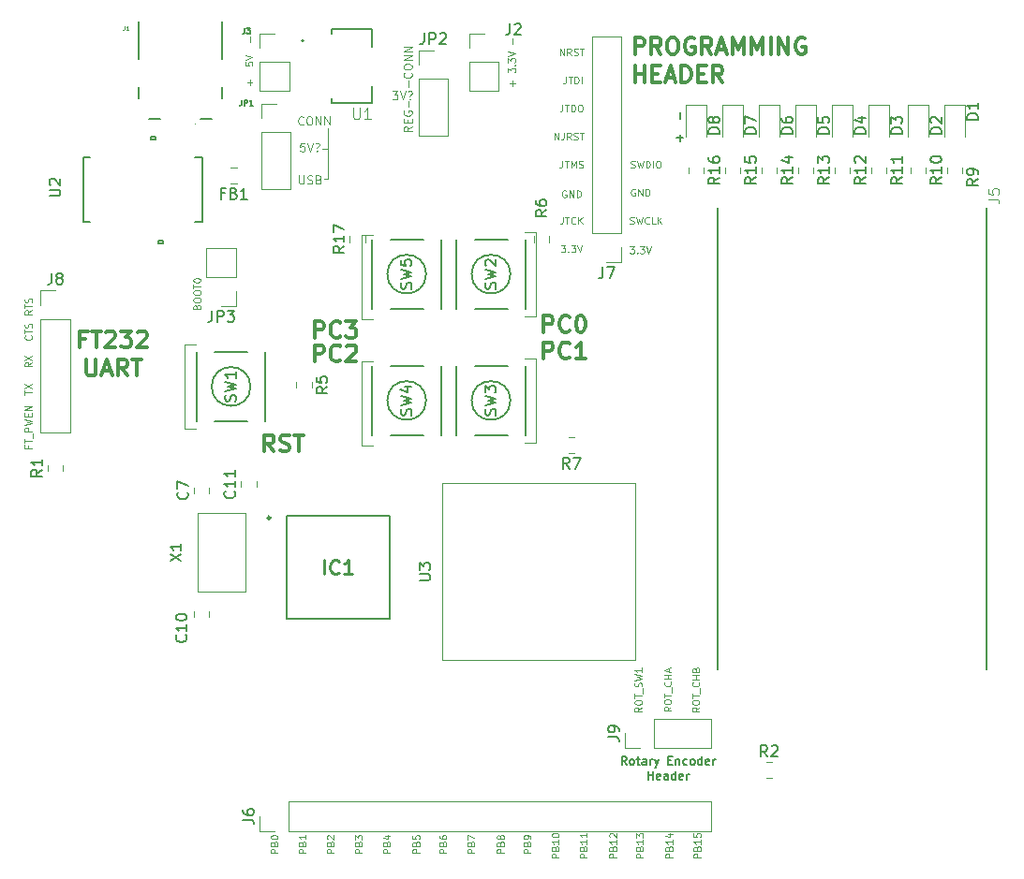
<source format=gbr>
%TF.GenerationSoftware,KiCad,Pcbnew,(5.1.6)-1*%
%TF.CreationDate,2020-11-14T18:00:02-05:00*%
%TF.ProjectId,F0DisplayBoard,46304469-7370-46c6-9179-426f6172642e,rev?*%
%TF.SameCoordinates,Original*%
%TF.FileFunction,Legend,Top*%
%TF.FilePolarity,Positive*%
%FSLAX46Y46*%
G04 Gerber Fmt 4.6, Leading zero omitted, Abs format (unit mm)*
G04 Created by KiCad (PCBNEW (5.1.6)-1) date 2020-11-14 18:00:02*
%MOMM*%
%LPD*%
G01*
G04 APERTURE LIST*
%ADD10C,0.190500*%
%ADD11C,0.300000*%
%ADD12C,0.120000*%
%ADD13C,0.076200*%
%ADD14C,0.088900*%
%ADD15C,0.250000*%
%ADD16C,0.200000*%
%ADD17C,0.152400*%
%ADD18C,0.127000*%
%ADD19C,0.100000*%
%ADD20C,0.150000*%
%ADD21C,0.254000*%
%ADD22C,0.015000*%
%ADD23C,0.050800*%
G04 APERTURE END LIST*
D10*
X149152428Y-132011964D02*
X148898428Y-131649107D01*
X148717000Y-132011964D02*
X148717000Y-131249964D01*
X149007285Y-131249964D01*
X149079857Y-131286250D01*
X149116142Y-131322535D01*
X149152428Y-131395107D01*
X149152428Y-131503964D01*
X149116142Y-131576535D01*
X149079857Y-131612821D01*
X149007285Y-131649107D01*
X148717000Y-131649107D01*
X149587857Y-132011964D02*
X149515285Y-131975678D01*
X149479000Y-131939392D01*
X149442714Y-131866821D01*
X149442714Y-131649107D01*
X149479000Y-131576535D01*
X149515285Y-131540250D01*
X149587857Y-131503964D01*
X149696714Y-131503964D01*
X149769285Y-131540250D01*
X149805571Y-131576535D01*
X149841857Y-131649107D01*
X149841857Y-131866821D01*
X149805571Y-131939392D01*
X149769285Y-131975678D01*
X149696714Y-132011964D01*
X149587857Y-132011964D01*
X150059571Y-131503964D02*
X150349857Y-131503964D01*
X150168428Y-131249964D02*
X150168428Y-131903107D01*
X150204714Y-131975678D01*
X150277285Y-132011964D01*
X150349857Y-132011964D01*
X150930428Y-132011964D02*
X150930428Y-131612821D01*
X150894142Y-131540250D01*
X150821571Y-131503964D01*
X150676428Y-131503964D01*
X150603857Y-131540250D01*
X150930428Y-131975678D02*
X150857857Y-132011964D01*
X150676428Y-132011964D01*
X150603857Y-131975678D01*
X150567571Y-131903107D01*
X150567571Y-131830535D01*
X150603857Y-131757964D01*
X150676428Y-131721678D01*
X150857857Y-131721678D01*
X150930428Y-131685392D01*
X151293285Y-132011964D02*
X151293285Y-131503964D01*
X151293285Y-131649107D02*
X151329571Y-131576535D01*
X151365857Y-131540250D01*
X151438428Y-131503964D01*
X151511000Y-131503964D01*
X151692428Y-131503964D02*
X151873857Y-132011964D01*
X152055285Y-131503964D02*
X151873857Y-132011964D01*
X151801285Y-132193392D01*
X151765000Y-132229678D01*
X151692428Y-132265964D01*
X152926142Y-131612821D02*
X153180142Y-131612821D01*
X153289000Y-132011964D02*
X152926142Y-132011964D01*
X152926142Y-131249964D01*
X153289000Y-131249964D01*
X153615571Y-131503964D02*
X153615571Y-132011964D01*
X153615571Y-131576535D02*
X153651857Y-131540250D01*
X153724428Y-131503964D01*
X153833285Y-131503964D01*
X153905857Y-131540250D01*
X153942142Y-131612821D01*
X153942142Y-132011964D01*
X154631571Y-131975678D02*
X154559000Y-132011964D01*
X154413857Y-132011964D01*
X154341285Y-131975678D01*
X154305000Y-131939392D01*
X154268714Y-131866821D01*
X154268714Y-131649107D01*
X154305000Y-131576535D01*
X154341285Y-131540250D01*
X154413857Y-131503964D01*
X154559000Y-131503964D01*
X154631571Y-131540250D01*
X155067000Y-132011964D02*
X154994428Y-131975678D01*
X154958142Y-131939392D01*
X154921857Y-131866821D01*
X154921857Y-131649107D01*
X154958142Y-131576535D01*
X154994428Y-131540250D01*
X155067000Y-131503964D01*
X155175857Y-131503964D01*
X155248428Y-131540250D01*
X155284714Y-131576535D01*
X155321000Y-131649107D01*
X155321000Y-131866821D01*
X155284714Y-131939392D01*
X155248428Y-131975678D01*
X155175857Y-132011964D01*
X155067000Y-132011964D01*
X155974142Y-132011964D02*
X155974142Y-131249964D01*
X155974142Y-131975678D02*
X155901571Y-132011964D01*
X155756428Y-132011964D01*
X155683857Y-131975678D01*
X155647571Y-131939392D01*
X155611285Y-131866821D01*
X155611285Y-131649107D01*
X155647571Y-131576535D01*
X155683857Y-131540250D01*
X155756428Y-131503964D01*
X155901571Y-131503964D01*
X155974142Y-131540250D01*
X156627285Y-131975678D02*
X156554714Y-132011964D01*
X156409571Y-132011964D01*
X156337000Y-131975678D01*
X156300714Y-131903107D01*
X156300714Y-131612821D01*
X156337000Y-131540250D01*
X156409571Y-131503964D01*
X156554714Y-131503964D01*
X156627285Y-131540250D01*
X156663571Y-131612821D01*
X156663571Y-131685392D01*
X156300714Y-131757964D01*
X156990142Y-132011964D02*
X156990142Y-131503964D01*
X156990142Y-131649107D02*
X157026428Y-131576535D01*
X157062714Y-131540250D01*
X157135285Y-131503964D01*
X157207857Y-131503964D01*
X151111857Y-133345464D02*
X151111857Y-132583464D01*
X151111857Y-132946321D02*
X151547285Y-132946321D01*
X151547285Y-133345464D02*
X151547285Y-132583464D01*
X152200428Y-133309178D02*
X152127857Y-133345464D01*
X151982714Y-133345464D01*
X151910142Y-133309178D01*
X151873857Y-133236607D01*
X151873857Y-132946321D01*
X151910142Y-132873750D01*
X151982714Y-132837464D01*
X152127857Y-132837464D01*
X152200428Y-132873750D01*
X152236714Y-132946321D01*
X152236714Y-133018892D01*
X151873857Y-133091464D01*
X152889857Y-133345464D02*
X152889857Y-132946321D01*
X152853571Y-132873750D01*
X152781000Y-132837464D01*
X152635857Y-132837464D01*
X152563285Y-132873750D01*
X152889857Y-133309178D02*
X152817285Y-133345464D01*
X152635857Y-133345464D01*
X152563285Y-133309178D01*
X152527000Y-133236607D01*
X152527000Y-133164035D01*
X152563285Y-133091464D01*
X152635857Y-133055178D01*
X152817285Y-133055178D01*
X152889857Y-133018892D01*
X153579285Y-133345464D02*
X153579285Y-132583464D01*
X153579285Y-133309178D02*
X153506714Y-133345464D01*
X153361571Y-133345464D01*
X153289000Y-133309178D01*
X153252714Y-133272892D01*
X153216428Y-133200321D01*
X153216428Y-132982607D01*
X153252714Y-132910035D01*
X153289000Y-132873750D01*
X153361571Y-132837464D01*
X153506714Y-132837464D01*
X153579285Y-132873750D01*
X154232428Y-133309178D02*
X154159857Y-133345464D01*
X154014714Y-133345464D01*
X153942142Y-133309178D01*
X153905857Y-133236607D01*
X153905857Y-132946321D01*
X153942142Y-132873750D01*
X154014714Y-132837464D01*
X154159857Y-132837464D01*
X154232428Y-132873750D01*
X154268714Y-132946321D01*
X154268714Y-133018892D01*
X153905857Y-133091464D01*
X154595285Y-133345464D02*
X154595285Y-132837464D01*
X154595285Y-132982607D02*
X154631571Y-132910035D01*
X154667857Y-132873750D01*
X154740428Y-132837464D01*
X154813000Y-132837464D01*
D11*
X149904142Y-67729571D02*
X149904142Y-66229571D01*
X150475571Y-66229571D01*
X150618428Y-66301000D01*
X150689857Y-66372428D01*
X150761285Y-66515285D01*
X150761285Y-66729571D01*
X150689857Y-66872428D01*
X150618428Y-66943857D01*
X150475571Y-67015285D01*
X149904142Y-67015285D01*
X152261285Y-67729571D02*
X151761285Y-67015285D01*
X151404142Y-67729571D02*
X151404142Y-66229571D01*
X151975571Y-66229571D01*
X152118428Y-66301000D01*
X152189857Y-66372428D01*
X152261285Y-66515285D01*
X152261285Y-66729571D01*
X152189857Y-66872428D01*
X152118428Y-66943857D01*
X151975571Y-67015285D01*
X151404142Y-67015285D01*
X153189857Y-66229571D02*
X153475571Y-66229571D01*
X153618428Y-66301000D01*
X153761285Y-66443857D01*
X153832714Y-66729571D01*
X153832714Y-67229571D01*
X153761285Y-67515285D01*
X153618428Y-67658142D01*
X153475571Y-67729571D01*
X153189857Y-67729571D01*
X153047000Y-67658142D01*
X152904142Y-67515285D01*
X152832714Y-67229571D01*
X152832714Y-66729571D01*
X152904142Y-66443857D01*
X153047000Y-66301000D01*
X153189857Y-66229571D01*
X155261285Y-66301000D02*
X155118428Y-66229571D01*
X154904142Y-66229571D01*
X154689857Y-66301000D01*
X154547000Y-66443857D01*
X154475571Y-66586714D01*
X154404142Y-66872428D01*
X154404142Y-67086714D01*
X154475571Y-67372428D01*
X154547000Y-67515285D01*
X154689857Y-67658142D01*
X154904142Y-67729571D01*
X155047000Y-67729571D01*
X155261285Y-67658142D01*
X155332714Y-67586714D01*
X155332714Y-67086714D01*
X155047000Y-67086714D01*
X156832714Y-67729571D02*
X156332714Y-67015285D01*
X155975571Y-67729571D02*
X155975571Y-66229571D01*
X156547000Y-66229571D01*
X156689857Y-66301000D01*
X156761285Y-66372428D01*
X156832714Y-66515285D01*
X156832714Y-66729571D01*
X156761285Y-66872428D01*
X156689857Y-66943857D01*
X156547000Y-67015285D01*
X155975571Y-67015285D01*
X157404142Y-67301000D02*
X158118428Y-67301000D01*
X157261285Y-67729571D02*
X157761285Y-66229571D01*
X158261285Y-67729571D01*
X158761285Y-67729571D02*
X158761285Y-66229571D01*
X159261285Y-67301000D01*
X159761285Y-66229571D01*
X159761285Y-67729571D01*
X160475571Y-67729571D02*
X160475571Y-66229571D01*
X160975571Y-67301000D01*
X161475571Y-66229571D01*
X161475571Y-67729571D01*
X162189857Y-67729571D02*
X162189857Y-66229571D01*
X162904142Y-67729571D02*
X162904142Y-66229571D01*
X163761285Y-67729571D01*
X163761285Y-66229571D01*
X165261285Y-66301000D02*
X165118428Y-66229571D01*
X164904142Y-66229571D01*
X164689857Y-66301000D01*
X164547000Y-66443857D01*
X164475571Y-66586714D01*
X164404142Y-66872428D01*
X164404142Y-67086714D01*
X164475571Y-67372428D01*
X164547000Y-67515285D01*
X164689857Y-67658142D01*
X164904142Y-67729571D01*
X165047000Y-67729571D01*
X165261285Y-67658142D01*
X165332714Y-67586714D01*
X165332714Y-67086714D01*
X165047000Y-67086714D01*
X149904142Y-70279571D02*
X149904142Y-68779571D01*
X149904142Y-69493857D02*
X150761285Y-69493857D01*
X150761285Y-70279571D02*
X150761285Y-68779571D01*
X151475571Y-69493857D02*
X151975571Y-69493857D01*
X152189857Y-70279571D02*
X151475571Y-70279571D01*
X151475571Y-68779571D01*
X152189857Y-68779571D01*
X152761285Y-69851000D02*
X153475571Y-69851000D01*
X152618428Y-70279571D02*
X153118428Y-68779571D01*
X153618428Y-70279571D01*
X154118428Y-70279571D02*
X154118428Y-68779571D01*
X154475571Y-68779571D01*
X154689857Y-68851000D01*
X154832714Y-68993857D01*
X154904142Y-69136714D01*
X154975571Y-69422428D01*
X154975571Y-69636714D01*
X154904142Y-69922428D01*
X154832714Y-70065285D01*
X154689857Y-70208142D01*
X154475571Y-70279571D01*
X154118428Y-70279571D01*
X155618428Y-69493857D02*
X156118428Y-69493857D01*
X156332714Y-70279571D02*
X155618428Y-70279571D01*
X155618428Y-68779571D01*
X156332714Y-68779571D01*
X157832714Y-70279571D02*
X157332714Y-69565285D01*
X156975571Y-70279571D02*
X156975571Y-68779571D01*
X157547000Y-68779571D01*
X157689857Y-68851000D01*
X157761285Y-68922428D01*
X157832714Y-69065285D01*
X157832714Y-69279571D01*
X157761285Y-69422428D01*
X157689857Y-69493857D01*
X157547000Y-69565285D01*
X156975571Y-69565285D01*
X100243000Y-93486857D02*
X99743000Y-93486857D01*
X99743000Y-94272571D02*
X99743000Y-92772571D01*
X100457285Y-92772571D01*
X100814428Y-92772571D02*
X101671571Y-92772571D01*
X101243000Y-94272571D02*
X101243000Y-92772571D01*
X102100142Y-92915428D02*
X102171571Y-92844000D01*
X102314428Y-92772571D01*
X102671571Y-92772571D01*
X102814428Y-92844000D01*
X102885857Y-92915428D01*
X102957285Y-93058285D01*
X102957285Y-93201142D01*
X102885857Y-93415428D01*
X102028714Y-94272571D01*
X102957285Y-94272571D01*
X103457285Y-92772571D02*
X104385857Y-92772571D01*
X103885857Y-93344000D01*
X104100142Y-93344000D01*
X104243000Y-93415428D01*
X104314428Y-93486857D01*
X104385857Y-93629714D01*
X104385857Y-93986857D01*
X104314428Y-94129714D01*
X104243000Y-94201142D01*
X104100142Y-94272571D01*
X103671571Y-94272571D01*
X103528714Y-94201142D01*
X103457285Y-94129714D01*
X104957285Y-92915428D02*
X105028714Y-92844000D01*
X105171571Y-92772571D01*
X105528714Y-92772571D01*
X105671571Y-92844000D01*
X105743000Y-92915428D01*
X105814428Y-93058285D01*
X105814428Y-93201142D01*
X105743000Y-93415428D01*
X104885857Y-94272571D01*
X105814428Y-94272571D01*
X100350142Y-95322571D02*
X100350142Y-96536857D01*
X100421571Y-96679714D01*
X100493000Y-96751142D01*
X100635857Y-96822571D01*
X100921571Y-96822571D01*
X101064428Y-96751142D01*
X101135857Y-96679714D01*
X101207285Y-96536857D01*
X101207285Y-95322571D01*
X101850142Y-96394000D02*
X102564428Y-96394000D01*
X101707285Y-96822571D02*
X102207285Y-95322571D01*
X102707285Y-96822571D01*
X104064428Y-96822571D02*
X103564428Y-96108285D01*
X103207285Y-96822571D02*
X103207285Y-95322571D01*
X103778714Y-95322571D01*
X103921571Y-95394000D01*
X103993000Y-95465428D01*
X104064428Y-95608285D01*
X104064428Y-95822571D01*
X103993000Y-95965428D01*
X103921571Y-96036857D01*
X103778714Y-96108285D01*
X103207285Y-96108285D01*
X104493000Y-95322571D02*
X105350142Y-95322571D01*
X104921571Y-96822571D02*
X104921571Y-95322571D01*
D12*
X109220000Y-93980000D02*
X109220000Y-101600000D01*
X109220000Y-101600000D02*
X110236000Y-101600000D01*
X110236000Y-93980000D02*
X109220000Y-93980000D01*
D11*
X117288571Y-103675571D02*
X116788571Y-102961285D01*
X116431428Y-103675571D02*
X116431428Y-102175571D01*
X117002857Y-102175571D01*
X117145714Y-102247000D01*
X117217142Y-102318428D01*
X117288571Y-102461285D01*
X117288571Y-102675571D01*
X117217142Y-102818428D01*
X117145714Y-102889857D01*
X117002857Y-102961285D01*
X116431428Y-102961285D01*
X117860000Y-103604142D02*
X118074285Y-103675571D01*
X118431428Y-103675571D01*
X118574285Y-103604142D01*
X118645714Y-103532714D01*
X118717142Y-103389857D01*
X118717142Y-103247000D01*
X118645714Y-103104142D01*
X118574285Y-103032714D01*
X118431428Y-102961285D01*
X118145714Y-102889857D01*
X118002857Y-102818428D01*
X117931428Y-102747000D01*
X117860000Y-102604142D01*
X117860000Y-102461285D01*
X117931428Y-102318428D01*
X118002857Y-102247000D01*
X118145714Y-102175571D01*
X118502857Y-102175571D01*
X118717142Y-102247000D01*
X119145714Y-102175571D02*
X120002857Y-102175571D01*
X119574285Y-103675571D02*
X119574285Y-102175571D01*
D13*
X155735261Y-126809500D02*
X155432880Y-127021166D01*
X155735261Y-127172357D02*
X155100261Y-127172357D01*
X155100261Y-126930452D01*
X155130500Y-126869976D01*
X155160738Y-126839738D01*
X155221214Y-126809500D01*
X155311928Y-126809500D01*
X155372404Y-126839738D01*
X155402642Y-126869976D01*
X155432880Y-126930452D01*
X155432880Y-127172357D01*
X155100261Y-126416404D02*
X155100261Y-126295452D01*
X155130500Y-126234976D01*
X155190976Y-126174500D01*
X155311928Y-126144261D01*
X155523595Y-126144261D01*
X155644547Y-126174500D01*
X155705023Y-126234976D01*
X155735261Y-126295452D01*
X155735261Y-126416404D01*
X155705023Y-126476880D01*
X155644547Y-126537357D01*
X155523595Y-126567595D01*
X155311928Y-126567595D01*
X155190976Y-126537357D01*
X155130500Y-126476880D01*
X155100261Y-126416404D01*
X155100261Y-125962833D02*
X155100261Y-125599976D01*
X155735261Y-125781404D02*
X155100261Y-125781404D01*
X155795738Y-125539500D02*
X155795738Y-125055690D01*
X155674785Y-124541642D02*
X155705023Y-124571880D01*
X155735261Y-124662595D01*
X155735261Y-124723071D01*
X155705023Y-124813785D01*
X155644547Y-124874261D01*
X155584071Y-124904500D01*
X155463119Y-124934738D01*
X155372404Y-124934738D01*
X155251452Y-124904500D01*
X155190976Y-124874261D01*
X155130500Y-124813785D01*
X155100261Y-124723071D01*
X155100261Y-124662595D01*
X155130500Y-124571880D01*
X155160738Y-124541642D01*
X155735261Y-124269500D02*
X155100261Y-124269500D01*
X155402642Y-124269500D02*
X155402642Y-123906642D01*
X155735261Y-123906642D02*
X155100261Y-123906642D01*
X155402642Y-123392595D02*
X155432880Y-123301880D01*
X155463119Y-123271642D01*
X155523595Y-123241404D01*
X155614309Y-123241404D01*
X155674785Y-123271642D01*
X155705023Y-123301880D01*
X155735261Y-123362357D01*
X155735261Y-123604261D01*
X155100261Y-123604261D01*
X155100261Y-123392595D01*
X155130500Y-123332119D01*
X155160738Y-123301880D01*
X155221214Y-123271642D01*
X155281690Y-123271642D01*
X155342166Y-123301880D01*
X155372404Y-123332119D01*
X155402642Y-123392595D01*
X155402642Y-123604261D01*
X153195261Y-126764142D02*
X152892880Y-126975809D01*
X153195261Y-127127000D02*
X152560261Y-127127000D01*
X152560261Y-126885095D01*
X152590500Y-126824619D01*
X152620738Y-126794380D01*
X152681214Y-126764142D01*
X152771928Y-126764142D01*
X152832404Y-126794380D01*
X152862642Y-126824619D01*
X152892880Y-126885095D01*
X152892880Y-127127000D01*
X152560261Y-126371047D02*
X152560261Y-126250095D01*
X152590500Y-126189619D01*
X152650976Y-126129142D01*
X152771928Y-126098904D01*
X152983595Y-126098904D01*
X153104547Y-126129142D01*
X153165023Y-126189619D01*
X153195261Y-126250095D01*
X153195261Y-126371047D01*
X153165023Y-126431523D01*
X153104547Y-126492000D01*
X152983595Y-126522238D01*
X152771928Y-126522238D01*
X152650976Y-126492000D01*
X152590500Y-126431523D01*
X152560261Y-126371047D01*
X152560261Y-125917476D02*
X152560261Y-125554619D01*
X153195261Y-125736047D02*
X152560261Y-125736047D01*
X153255738Y-125494142D02*
X153255738Y-125010333D01*
X153134785Y-124496285D02*
X153165023Y-124526523D01*
X153195261Y-124617238D01*
X153195261Y-124677714D01*
X153165023Y-124768428D01*
X153104547Y-124828904D01*
X153044071Y-124859142D01*
X152923119Y-124889380D01*
X152832404Y-124889380D01*
X152711452Y-124859142D01*
X152650976Y-124828904D01*
X152590500Y-124768428D01*
X152560261Y-124677714D01*
X152560261Y-124617238D01*
X152590500Y-124526523D01*
X152620738Y-124496285D01*
X153195261Y-124224142D02*
X152560261Y-124224142D01*
X152862642Y-124224142D02*
X152862642Y-123861285D01*
X153195261Y-123861285D02*
X152560261Y-123861285D01*
X153013833Y-123589142D02*
X153013833Y-123286761D01*
X153195261Y-123649619D02*
X152560261Y-123437952D01*
X153195261Y-123226285D01*
X150528261Y-126809500D02*
X150225880Y-127021166D01*
X150528261Y-127172357D02*
X149893261Y-127172357D01*
X149893261Y-126930452D01*
X149923500Y-126869976D01*
X149953738Y-126839738D01*
X150014214Y-126809500D01*
X150104928Y-126809500D01*
X150165404Y-126839738D01*
X150195642Y-126869976D01*
X150225880Y-126930452D01*
X150225880Y-127172357D01*
X149893261Y-126416404D02*
X149893261Y-126295452D01*
X149923500Y-126234976D01*
X149983976Y-126174500D01*
X150104928Y-126144261D01*
X150316595Y-126144261D01*
X150437547Y-126174500D01*
X150498023Y-126234976D01*
X150528261Y-126295452D01*
X150528261Y-126416404D01*
X150498023Y-126476880D01*
X150437547Y-126537357D01*
X150316595Y-126567595D01*
X150104928Y-126567595D01*
X149983976Y-126537357D01*
X149923500Y-126476880D01*
X149893261Y-126416404D01*
X149893261Y-125962833D02*
X149893261Y-125599976D01*
X150528261Y-125781404D02*
X149893261Y-125781404D01*
X150588738Y-125539500D02*
X150588738Y-125055690D01*
X150498023Y-124934738D02*
X150528261Y-124844023D01*
X150528261Y-124692833D01*
X150498023Y-124632357D01*
X150467785Y-124602119D01*
X150407309Y-124571880D01*
X150346833Y-124571880D01*
X150286357Y-124602119D01*
X150256119Y-124632357D01*
X150225880Y-124692833D01*
X150195642Y-124813785D01*
X150165404Y-124874261D01*
X150135166Y-124904500D01*
X150074690Y-124934738D01*
X150014214Y-124934738D01*
X149953738Y-124904500D01*
X149923500Y-124874261D01*
X149893261Y-124813785D01*
X149893261Y-124662595D01*
X149923500Y-124571880D01*
X149893261Y-124360214D02*
X150528261Y-124209023D01*
X150074690Y-124088071D01*
X150528261Y-123967119D01*
X149893261Y-123815928D01*
X150528261Y-123241404D02*
X150528261Y-123604261D01*
X150528261Y-123422833D02*
X149893261Y-123422833D01*
X149983976Y-123483309D01*
X150044452Y-123543785D01*
X150074690Y-123604261D01*
X149456019Y-85123261D02*
X149849114Y-85123261D01*
X149637447Y-85365166D01*
X149728161Y-85365166D01*
X149788638Y-85395404D01*
X149818876Y-85425642D01*
X149849114Y-85486119D01*
X149849114Y-85637309D01*
X149818876Y-85697785D01*
X149788638Y-85728023D01*
X149728161Y-85758261D01*
X149546733Y-85758261D01*
X149486257Y-85728023D01*
X149456019Y-85697785D01*
X150121257Y-85697785D02*
X150151495Y-85728023D01*
X150121257Y-85758261D01*
X150091019Y-85728023D01*
X150121257Y-85697785D01*
X150121257Y-85758261D01*
X150363161Y-85123261D02*
X150756257Y-85123261D01*
X150544590Y-85365166D01*
X150635304Y-85365166D01*
X150695780Y-85395404D01*
X150726019Y-85425642D01*
X150756257Y-85486119D01*
X150756257Y-85637309D01*
X150726019Y-85697785D01*
X150695780Y-85728023D01*
X150635304Y-85758261D01*
X150453876Y-85758261D01*
X150393400Y-85728023D01*
X150363161Y-85697785D01*
X150937685Y-85123261D02*
X151149352Y-85758261D01*
X151361019Y-85123261D01*
X149909590Y-79946500D02*
X149849114Y-79916261D01*
X149758400Y-79916261D01*
X149667685Y-79946500D01*
X149607209Y-80006976D01*
X149576971Y-80067452D01*
X149546733Y-80188404D01*
X149546733Y-80279119D01*
X149576971Y-80400071D01*
X149607209Y-80460547D01*
X149667685Y-80521023D01*
X149758400Y-80551261D01*
X149818876Y-80551261D01*
X149909590Y-80521023D01*
X149939828Y-80490785D01*
X149939828Y-80279119D01*
X149818876Y-80279119D01*
X150211971Y-80551261D02*
X150211971Y-79916261D01*
X150574828Y-80551261D01*
X150574828Y-79916261D01*
X150877209Y-80551261D02*
X150877209Y-79916261D01*
X151028400Y-79916261D01*
X151119114Y-79946500D01*
X151179590Y-80006976D01*
X151209828Y-80067452D01*
X151240066Y-80188404D01*
X151240066Y-80279119D01*
X151209828Y-80400071D01*
X151179590Y-80460547D01*
X151119114Y-80521023D01*
X151028400Y-80551261D01*
X150877209Y-80551261D01*
X149555804Y-77981023D02*
X149646519Y-78011261D01*
X149797709Y-78011261D01*
X149858185Y-77981023D01*
X149888423Y-77950785D01*
X149918661Y-77890309D01*
X149918661Y-77829833D01*
X149888423Y-77769357D01*
X149858185Y-77739119D01*
X149797709Y-77708880D01*
X149676757Y-77678642D01*
X149616280Y-77648404D01*
X149586042Y-77618166D01*
X149555804Y-77557690D01*
X149555804Y-77497214D01*
X149586042Y-77436738D01*
X149616280Y-77406500D01*
X149676757Y-77376261D01*
X149827947Y-77376261D01*
X149918661Y-77406500D01*
X150130328Y-77376261D02*
X150281519Y-78011261D01*
X150402471Y-77557690D01*
X150523423Y-78011261D01*
X150674614Y-77376261D01*
X150916519Y-78011261D02*
X150916519Y-77376261D01*
X151067709Y-77376261D01*
X151158423Y-77406500D01*
X151218900Y-77466976D01*
X151249138Y-77527452D01*
X151279376Y-77648404D01*
X151279376Y-77739119D01*
X151249138Y-77860071D01*
X151218900Y-77920547D01*
X151158423Y-77981023D01*
X151067709Y-78011261D01*
X150916519Y-78011261D01*
X151551519Y-78011261D02*
X151551519Y-77376261D01*
X151974852Y-77376261D02*
X152095804Y-77376261D01*
X152156280Y-77406500D01*
X152216757Y-77466976D01*
X152246995Y-77587928D01*
X152246995Y-77799595D01*
X152216757Y-77920547D01*
X152156280Y-77981023D01*
X152095804Y-78011261D01*
X151974852Y-78011261D01*
X151914376Y-77981023D01*
X151853900Y-77920547D01*
X151823661Y-77799595D01*
X151823661Y-77587928D01*
X151853900Y-77466976D01*
X151914376Y-77406500D01*
X151974852Y-77376261D01*
X149465090Y-83061023D02*
X149555804Y-83091261D01*
X149706995Y-83091261D01*
X149767471Y-83061023D01*
X149797709Y-83030785D01*
X149827947Y-82970309D01*
X149827947Y-82909833D01*
X149797709Y-82849357D01*
X149767471Y-82819119D01*
X149706995Y-82788880D01*
X149586042Y-82758642D01*
X149525566Y-82728404D01*
X149495328Y-82698166D01*
X149465090Y-82637690D01*
X149465090Y-82577214D01*
X149495328Y-82516738D01*
X149525566Y-82486500D01*
X149586042Y-82456261D01*
X149737233Y-82456261D01*
X149827947Y-82486500D01*
X150039614Y-82456261D02*
X150190804Y-83091261D01*
X150311757Y-82637690D01*
X150432709Y-83091261D01*
X150583900Y-82456261D01*
X151188661Y-83030785D02*
X151158423Y-83061023D01*
X151067709Y-83091261D01*
X151007233Y-83091261D01*
X150916519Y-83061023D01*
X150856042Y-83000547D01*
X150825804Y-82940071D01*
X150795566Y-82819119D01*
X150795566Y-82728404D01*
X150825804Y-82607452D01*
X150856042Y-82546976D01*
X150916519Y-82486500D01*
X151007233Y-82456261D01*
X151067709Y-82456261D01*
X151158423Y-82486500D01*
X151188661Y-82516738D01*
X151763185Y-83091261D02*
X151460804Y-83091261D01*
X151460804Y-82456261D01*
X151974852Y-83091261D02*
X151974852Y-82456261D01*
X152337709Y-83091261D02*
X152065566Y-82728404D01*
X152337709Y-82456261D02*
X151974852Y-82819119D01*
X143233019Y-84996261D02*
X143626114Y-84996261D01*
X143414447Y-85238166D01*
X143505161Y-85238166D01*
X143565638Y-85268404D01*
X143595876Y-85298642D01*
X143626114Y-85359119D01*
X143626114Y-85510309D01*
X143595876Y-85570785D01*
X143565638Y-85601023D01*
X143505161Y-85631261D01*
X143323733Y-85631261D01*
X143263257Y-85601023D01*
X143233019Y-85570785D01*
X143898257Y-85570785D02*
X143928495Y-85601023D01*
X143898257Y-85631261D01*
X143868019Y-85601023D01*
X143898257Y-85570785D01*
X143898257Y-85631261D01*
X144140161Y-84996261D02*
X144533257Y-84996261D01*
X144321590Y-85238166D01*
X144412304Y-85238166D01*
X144472780Y-85268404D01*
X144503019Y-85298642D01*
X144533257Y-85359119D01*
X144533257Y-85510309D01*
X144503019Y-85570785D01*
X144472780Y-85601023D01*
X144412304Y-85631261D01*
X144230876Y-85631261D01*
X144170400Y-85601023D01*
X144140161Y-85570785D01*
X144714685Y-84996261D02*
X144926352Y-85631261D01*
X145138019Y-84996261D01*
X143384209Y-82456261D02*
X143384209Y-82909833D01*
X143353971Y-83000547D01*
X143293495Y-83061023D01*
X143202780Y-83091261D01*
X143142304Y-83091261D01*
X143595876Y-82456261D02*
X143958733Y-82456261D01*
X143777304Y-83091261D02*
X143777304Y-82456261D01*
X144533257Y-83030785D02*
X144503019Y-83061023D01*
X144412304Y-83091261D01*
X144351828Y-83091261D01*
X144261114Y-83061023D01*
X144200638Y-83000547D01*
X144170400Y-82940071D01*
X144140161Y-82819119D01*
X144140161Y-82728404D01*
X144170400Y-82607452D01*
X144200638Y-82546976D01*
X144261114Y-82486500D01*
X144351828Y-82456261D01*
X144412304Y-82456261D01*
X144503019Y-82486500D01*
X144533257Y-82516738D01*
X144805400Y-83091261D02*
X144805400Y-82456261D01*
X145168257Y-83091261D02*
X144896114Y-82728404D01*
X145168257Y-82456261D02*
X144805400Y-82819119D01*
X143686590Y-80073500D02*
X143626114Y-80043261D01*
X143535400Y-80043261D01*
X143444685Y-80073500D01*
X143384209Y-80133976D01*
X143353971Y-80194452D01*
X143323733Y-80315404D01*
X143323733Y-80406119D01*
X143353971Y-80527071D01*
X143384209Y-80587547D01*
X143444685Y-80648023D01*
X143535400Y-80678261D01*
X143595876Y-80678261D01*
X143686590Y-80648023D01*
X143716828Y-80617785D01*
X143716828Y-80406119D01*
X143595876Y-80406119D01*
X143988971Y-80678261D02*
X143988971Y-80043261D01*
X144351828Y-80678261D01*
X144351828Y-80043261D01*
X144654209Y-80678261D02*
X144654209Y-80043261D01*
X144805400Y-80043261D01*
X144896114Y-80073500D01*
X144956590Y-80133976D01*
X144986828Y-80194452D01*
X145017066Y-80315404D01*
X145017066Y-80406119D01*
X144986828Y-80527071D01*
X144956590Y-80587547D01*
X144896114Y-80648023D01*
X144805400Y-80678261D01*
X144654209Y-80678261D01*
X143353971Y-77376261D02*
X143353971Y-77829833D01*
X143323733Y-77920547D01*
X143263257Y-77981023D01*
X143172542Y-78011261D01*
X143112066Y-78011261D01*
X143565638Y-77376261D02*
X143928495Y-77376261D01*
X143747066Y-78011261D02*
X143747066Y-77376261D01*
X144140161Y-78011261D02*
X144140161Y-77376261D01*
X144351828Y-77829833D01*
X144563495Y-77376261D01*
X144563495Y-78011261D01*
X144835638Y-77981023D02*
X144926352Y-78011261D01*
X145077542Y-78011261D01*
X145138019Y-77981023D01*
X145168257Y-77950785D01*
X145198495Y-77890309D01*
X145198495Y-77829833D01*
X145168257Y-77769357D01*
X145138019Y-77739119D01*
X145077542Y-77708880D01*
X144956590Y-77678642D01*
X144896114Y-77648404D01*
X144865876Y-77618166D01*
X144835638Y-77557690D01*
X144835638Y-77497214D01*
X144865876Y-77436738D01*
X144896114Y-77406500D01*
X144956590Y-77376261D01*
X145107780Y-77376261D01*
X145198495Y-77406500D01*
X142631280Y-75471261D02*
X142631280Y-74836261D01*
X142994138Y-75471261D01*
X142994138Y-74836261D01*
X143477947Y-74836261D02*
X143477947Y-75289833D01*
X143447709Y-75380547D01*
X143387233Y-75441023D01*
X143296519Y-75471261D01*
X143236042Y-75471261D01*
X144143185Y-75471261D02*
X143931519Y-75168880D01*
X143780328Y-75471261D02*
X143780328Y-74836261D01*
X144022233Y-74836261D01*
X144082709Y-74866500D01*
X144112947Y-74896738D01*
X144143185Y-74957214D01*
X144143185Y-75047928D01*
X144112947Y-75108404D01*
X144082709Y-75138642D01*
X144022233Y-75168880D01*
X143780328Y-75168880D01*
X144385090Y-75441023D02*
X144475804Y-75471261D01*
X144626995Y-75471261D01*
X144687471Y-75441023D01*
X144717709Y-75410785D01*
X144747947Y-75350309D01*
X144747947Y-75289833D01*
X144717709Y-75229357D01*
X144687471Y-75199119D01*
X144626995Y-75168880D01*
X144506042Y-75138642D01*
X144445566Y-75108404D01*
X144415328Y-75078166D01*
X144385090Y-75017690D01*
X144385090Y-74957214D01*
X144415328Y-74896738D01*
X144445566Y-74866500D01*
X144506042Y-74836261D01*
X144657233Y-74836261D01*
X144747947Y-74866500D01*
X144929376Y-74836261D02*
X145292233Y-74836261D01*
X145110804Y-75471261D02*
X145110804Y-74836261D01*
X143369090Y-72296261D02*
X143369090Y-72749833D01*
X143338852Y-72840547D01*
X143278376Y-72901023D01*
X143187661Y-72931261D01*
X143127185Y-72931261D01*
X143580757Y-72296261D02*
X143943614Y-72296261D01*
X143762185Y-72931261D02*
X143762185Y-72296261D01*
X144155280Y-72931261D02*
X144155280Y-72296261D01*
X144306471Y-72296261D01*
X144397185Y-72326500D01*
X144457661Y-72386976D01*
X144487900Y-72447452D01*
X144518138Y-72568404D01*
X144518138Y-72659119D01*
X144487900Y-72780071D01*
X144457661Y-72840547D01*
X144397185Y-72901023D01*
X144306471Y-72931261D01*
X144155280Y-72931261D01*
X144911233Y-72296261D02*
X145032185Y-72296261D01*
X145092661Y-72326500D01*
X145153138Y-72386976D01*
X145183376Y-72507928D01*
X145183376Y-72719595D01*
X145153138Y-72840547D01*
X145092661Y-72901023D01*
X145032185Y-72931261D01*
X144911233Y-72931261D01*
X144850757Y-72901023D01*
X144790280Y-72840547D01*
X144760042Y-72719595D01*
X144760042Y-72507928D01*
X144790280Y-72386976D01*
X144850757Y-72326500D01*
X144911233Y-72296261D01*
X143677519Y-69756261D02*
X143677519Y-70209833D01*
X143647280Y-70300547D01*
X143586804Y-70361023D01*
X143496090Y-70391261D01*
X143435614Y-70391261D01*
X143889185Y-69756261D02*
X144252042Y-69756261D01*
X144070614Y-70391261D02*
X144070614Y-69756261D01*
X144463709Y-70391261D02*
X144463709Y-69756261D01*
X144614900Y-69756261D01*
X144705614Y-69786500D01*
X144766090Y-69846976D01*
X144796328Y-69907452D01*
X144826566Y-70028404D01*
X144826566Y-70119119D01*
X144796328Y-70240071D01*
X144766090Y-70300547D01*
X144705614Y-70361023D01*
X144614900Y-70391261D01*
X144463709Y-70391261D01*
X145098709Y-70391261D02*
X145098709Y-69756261D01*
X143127185Y-67851261D02*
X143127185Y-67216261D01*
X143490042Y-67851261D01*
X143490042Y-67216261D01*
X144155280Y-67851261D02*
X143943614Y-67548880D01*
X143792423Y-67851261D02*
X143792423Y-67216261D01*
X144034328Y-67216261D01*
X144094804Y-67246500D01*
X144125042Y-67276738D01*
X144155280Y-67337214D01*
X144155280Y-67427928D01*
X144125042Y-67488404D01*
X144094804Y-67518642D01*
X144034328Y-67548880D01*
X143792423Y-67548880D01*
X144397185Y-67821023D02*
X144487900Y-67851261D01*
X144639090Y-67851261D01*
X144699566Y-67821023D01*
X144729804Y-67790785D01*
X144760042Y-67730309D01*
X144760042Y-67669833D01*
X144729804Y-67609357D01*
X144699566Y-67579119D01*
X144639090Y-67548880D01*
X144518138Y-67518642D01*
X144457661Y-67488404D01*
X144427423Y-67458166D01*
X144397185Y-67397690D01*
X144397185Y-67337214D01*
X144427423Y-67276738D01*
X144457661Y-67246500D01*
X144518138Y-67216261D01*
X144669328Y-67216261D01*
X144760042Y-67246500D01*
X144941471Y-67216261D02*
X145304328Y-67216261D01*
X145122900Y-67851261D02*
X145122900Y-67216261D01*
X155862261Y-140407571D02*
X155227261Y-140407571D01*
X155227261Y-140165666D01*
X155257500Y-140105190D01*
X155287738Y-140074952D01*
X155348214Y-140044714D01*
X155438928Y-140044714D01*
X155499404Y-140074952D01*
X155529642Y-140105190D01*
X155559880Y-140165666D01*
X155559880Y-140407571D01*
X155529642Y-139560904D02*
X155559880Y-139470190D01*
X155590119Y-139439952D01*
X155650595Y-139409714D01*
X155741309Y-139409714D01*
X155801785Y-139439952D01*
X155832023Y-139470190D01*
X155862261Y-139530666D01*
X155862261Y-139772571D01*
X155227261Y-139772571D01*
X155227261Y-139560904D01*
X155257500Y-139500428D01*
X155287738Y-139470190D01*
X155348214Y-139439952D01*
X155408690Y-139439952D01*
X155469166Y-139470190D01*
X155499404Y-139500428D01*
X155529642Y-139560904D01*
X155529642Y-139772571D01*
X155862261Y-138804952D02*
X155862261Y-139167809D01*
X155862261Y-138986380D02*
X155227261Y-138986380D01*
X155317976Y-139046857D01*
X155378452Y-139107333D01*
X155408690Y-139167809D01*
X155227261Y-138230428D02*
X155227261Y-138532809D01*
X155529642Y-138563047D01*
X155499404Y-138532809D01*
X155469166Y-138472333D01*
X155469166Y-138321142D01*
X155499404Y-138260666D01*
X155529642Y-138230428D01*
X155590119Y-138200190D01*
X155741309Y-138200190D01*
X155801785Y-138230428D01*
X155832023Y-138260666D01*
X155862261Y-138321142D01*
X155862261Y-138472333D01*
X155832023Y-138532809D01*
X155801785Y-138563047D01*
X153322261Y-140407571D02*
X152687261Y-140407571D01*
X152687261Y-140165666D01*
X152717500Y-140105190D01*
X152747738Y-140074952D01*
X152808214Y-140044714D01*
X152898928Y-140044714D01*
X152959404Y-140074952D01*
X152989642Y-140105190D01*
X153019880Y-140165666D01*
X153019880Y-140407571D01*
X152989642Y-139560904D02*
X153019880Y-139470190D01*
X153050119Y-139439952D01*
X153110595Y-139409714D01*
X153201309Y-139409714D01*
X153261785Y-139439952D01*
X153292023Y-139470190D01*
X153322261Y-139530666D01*
X153322261Y-139772571D01*
X152687261Y-139772571D01*
X152687261Y-139560904D01*
X152717500Y-139500428D01*
X152747738Y-139470190D01*
X152808214Y-139439952D01*
X152868690Y-139439952D01*
X152929166Y-139470190D01*
X152959404Y-139500428D01*
X152989642Y-139560904D01*
X152989642Y-139772571D01*
X153322261Y-138804952D02*
X153322261Y-139167809D01*
X153322261Y-138986380D02*
X152687261Y-138986380D01*
X152777976Y-139046857D01*
X152838452Y-139107333D01*
X152868690Y-139167809D01*
X152898928Y-138260666D02*
X153322261Y-138260666D01*
X152657023Y-138411857D02*
X153110595Y-138563047D01*
X153110595Y-138169952D01*
X150655261Y-140407571D02*
X150020261Y-140407571D01*
X150020261Y-140165666D01*
X150050500Y-140105190D01*
X150080738Y-140074952D01*
X150141214Y-140044714D01*
X150231928Y-140044714D01*
X150292404Y-140074952D01*
X150322642Y-140105190D01*
X150352880Y-140165666D01*
X150352880Y-140407571D01*
X150322642Y-139560904D02*
X150352880Y-139470190D01*
X150383119Y-139439952D01*
X150443595Y-139409714D01*
X150534309Y-139409714D01*
X150594785Y-139439952D01*
X150625023Y-139470190D01*
X150655261Y-139530666D01*
X150655261Y-139772571D01*
X150020261Y-139772571D01*
X150020261Y-139560904D01*
X150050500Y-139500428D01*
X150080738Y-139470190D01*
X150141214Y-139439952D01*
X150201690Y-139439952D01*
X150262166Y-139470190D01*
X150292404Y-139500428D01*
X150322642Y-139560904D01*
X150322642Y-139772571D01*
X150655261Y-138804952D02*
X150655261Y-139167809D01*
X150655261Y-138986380D02*
X150020261Y-138986380D01*
X150110976Y-139046857D01*
X150171452Y-139107333D01*
X150201690Y-139167809D01*
X150020261Y-138593285D02*
X150020261Y-138200190D01*
X150262166Y-138411857D01*
X150262166Y-138321142D01*
X150292404Y-138260666D01*
X150322642Y-138230428D01*
X150383119Y-138200190D01*
X150534309Y-138200190D01*
X150594785Y-138230428D01*
X150625023Y-138260666D01*
X150655261Y-138321142D01*
X150655261Y-138502571D01*
X150625023Y-138563047D01*
X150594785Y-138593285D01*
X148242261Y-140407571D02*
X147607261Y-140407571D01*
X147607261Y-140165666D01*
X147637500Y-140105190D01*
X147667738Y-140074952D01*
X147728214Y-140044714D01*
X147818928Y-140044714D01*
X147879404Y-140074952D01*
X147909642Y-140105190D01*
X147939880Y-140165666D01*
X147939880Y-140407571D01*
X147909642Y-139560904D02*
X147939880Y-139470190D01*
X147970119Y-139439952D01*
X148030595Y-139409714D01*
X148121309Y-139409714D01*
X148181785Y-139439952D01*
X148212023Y-139470190D01*
X148242261Y-139530666D01*
X148242261Y-139772571D01*
X147607261Y-139772571D01*
X147607261Y-139560904D01*
X147637500Y-139500428D01*
X147667738Y-139470190D01*
X147728214Y-139439952D01*
X147788690Y-139439952D01*
X147849166Y-139470190D01*
X147879404Y-139500428D01*
X147909642Y-139560904D01*
X147909642Y-139772571D01*
X148242261Y-138804952D02*
X148242261Y-139167809D01*
X148242261Y-138986380D02*
X147607261Y-138986380D01*
X147697976Y-139046857D01*
X147758452Y-139107333D01*
X147788690Y-139167809D01*
X147667738Y-138563047D02*
X147637500Y-138532809D01*
X147607261Y-138472333D01*
X147607261Y-138321142D01*
X147637500Y-138260666D01*
X147667738Y-138230428D01*
X147728214Y-138200190D01*
X147788690Y-138200190D01*
X147879404Y-138230428D01*
X148242261Y-138593285D01*
X148242261Y-138200190D01*
X145575261Y-140407571D02*
X144940261Y-140407571D01*
X144940261Y-140165666D01*
X144970500Y-140105190D01*
X145000738Y-140074952D01*
X145061214Y-140044714D01*
X145151928Y-140044714D01*
X145212404Y-140074952D01*
X145242642Y-140105190D01*
X145272880Y-140165666D01*
X145272880Y-140407571D01*
X145242642Y-139560904D02*
X145272880Y-139470190D01*
X145303119Y-139439952D01*
X145363595Y-139409714D01*
X145454309Y-139409714D01*
X145514785Y-139439952D01*
X145545023Y-139470190D01*
X145575261Y-139530666D01*
X145575261Y-139772571D01*
X144940261Y-139772571D01*
X144940261Y-139560904D01*
X144970500Y-139500428D01*
X145000738Y-139470190D01*
X145061214Y-139439952D01*
X145121690Y-139439952D01*
X145182166Y-139470190D01*
X145212404Y-139500428D01*
X145242642Y-139560904D01*
X145242642Y-139772571D01*
X145575261Y-138804952D02*
X145575261Y-139167809D01*
X145575261Y-138986380D02*
X144940261Y-138986380D01*
X145030976Y-139046857D01*
X145091452Y-139107333D01*
X145121690Y-139167809D01*
X145575261Y-138200190D02*
X145575261Y-138563047D01*
X145575261Y-138381619D02*
X144940261Y-138381619D01*
X145030976Y-138442095D01*
X145091452Y-138502571D01*
X145121690Y-138563047D01*
X143035261Y-140407571D02*
X142400261Y-140407571D01*
X142400261Y-140165666D01*
X142430500Y-140105190D01*
X142460738Y-140074952D01*
X142521214Y-140044714D01*
X142611928Y-140044714D01*
X142672404Y-140074952D01*
X142702642Y-140105190D01*
X142732880Y-140165666D01*
X142732880Y-140407571D01*
X142702642Y-139560904D02*
X142732880Y-139470190D01*
X142763119Y-139439952D01*
X142823595Y-139409714D01*
X142914309Y-139409714D01*
X142974785Y-139439952D01*
X143005023Y-139470190D01*
X143035261Y-139530666D01*
X143035261Y-139772571D01*
X142400261Y-139772571D01*
X142400261Y-139560904D01*
X142430500Y-139500428D01*
X142460738Y-139470190D01*
X142521214Y-139439952D01*
X142581690Y-139439952D01*
X142642166Y-139470190D01*
X142672404Y-139500428D01*
X142702642Y-139560904D01*
X142702642Y-139772571D01*
X143035261Y-138804952D02*
X143035261Y-139167809D01*
X143035261Y-138986380D02*
X142400261Y-138986380D01*
X142490976Y-139046857D01*
X142551452Y-139107333D01*
X142581690Y-139167809D01*
X142400261Y-138411857D02*
X142400261Y-138351380D01*
X142430500Y-138290904D01*
X142460738Y-138260666D01*
X142521214Y-138230428D01*
X142642166Y-138200190D01*
X142793357Y-138200190D01*
X142914309Y-138230428D01*
X142974785Y-138260666D01*
X143005023Y-138290904D01*
X143035261Y-138351380D01*
X143035261Y-138411857D01*
X143005023Y-138472333D01*
X142974785Y-138502571D01*
X142914309Y-138532809D01*
X142793357Y-138563047D01*
X142642166Y-138563047D01*
X142521214Y-138532809D01*
X142460738Y-138502571D01*
X142430500Y-138472333D01*
X142400261Y-138411857D01*
X140495261Y-139978190D02*
X139860261Y-139978190D01*
X139860261Y-139736285D01*
X139890500Y-139675809D01*
X139920738Y-139645571D01*
X139981214Y-139615333D01*
X140071928Y-139615333D01*
X140132404Y-139645571D01*
X140162642Y-139675809D01*
X140192880Y-139736285D01*
X140192880Y-139978190D01*
X140162642Y-139131523D02*
X140192880Y-139040809D01*
X140223119Y-139010571D01*
X140283595Y-138980333D01*
X140374309Y-138980333D01*
X140434785Y-139010571D01*
X140465023Y-139040809D01*
X140495261Y-139101285D01*
X140495261Y-139343190D01*
X139860261Y-139343190D01*
X139860261Y-139131523D01*
X139890500Y-139071047D01*
X139920738Y-139040809D01*
X139981214Y-139010571D01*
X140041690Y-139010571D01*
X140102166Y-139040809D01*
X140132404Y-139071047D01*
X140162642Y-139131523D01*
X140162642Y-139343190D01*
X140495261Y-138677952D02*
X140495261Y-138557000D01*
X140465023Y-138496523D01*
X140434785Y-138466285D01*
X140344071Y-138405809D01*
X140223119Y-138375571D01*
X139981214Y-138375571D01*
X139920738Y-138405809D01*
X139890500Y-138436047D01*
X139860261Y-138496523D01*
X139860261Y-138617476D01*
X139890500Y-138677952D01*
X139920738Y-138708190D01*
X139981214Y-138738428D01*
X140132404Y-138738428D01*
X140192880Y-138708190D01*
X140223119Y-138677952D01*
X140253357Y-138617476D01*
X140253357Y-138496523D01*
X140223119Y-138436047D01*
X140192880Y-138405809D01*
X140132404Y-138375571D01*
X138082261Y-139978190D02*
X137447261Y-139978190D01*
X137447261Y-139736285D01*
X137477500Y-139675809D01*
X137507738Y-139645571D01*
X137568214Y-139615333D01*
X137658928Y-139615333D01*
X137719404Y-139645571D01*
X137749642Y-139675809D01*
X137779880Y-139736285D01*
X137779880Y-139978190D01*
X137749642Y-139131523D02*
X137779880Y-139040809D01*
X137810119Y-139010571D01*
X137870595Y-138980333D01*
X137961309Y-138980333D01*
X138021785Y-139010571D01*
X138052023Y-139040809D01*
X138082261Y-139101285D01*
X138082261Y-139343190D01*
X137447261Y-139343190D01*
X137447261Y-139131523D01*
X137477500Y-139071047D01*
X137507738Y-139040809D01*
X137568214Y-139010571D01*
X137628690Y-139010571D01*
X137689166Y-139040809D01*
X137719404Y-139071047D01*
X137749642Y-139131523D01*
X137749642Y-139343190D01*
X137719404Y-138617476D02*
X137689166Y-138677952D01*
X137658928Y-138708190D01*
X137598452Y-138738428D01*
X137568214Y-138738428D01*
X137507738Y-138708190D01*
X137477500Y-138677952D01*
X137447261Y-138617476D01*
X137447261Y-138496523D01*
X137477500Y-138436047D01*
X137507738Y-138405809D01*
X137568214Y-138375571D01*
X137598452Y-138375571D01*
X137658928Y-138405809D01*
X137689166Y-138436047D01*
X137719404Y-138496523D01*
X137719404Y-138617476D01*
X137749642Y-138677952D01*
X137779880Y-138708190D01*
X137840357Y-138738428D01*
X137961309Y-138738428D01*
X138021785Y-138708190D01*
X138052023Y-138677952D01*
X138082261Y-138617476D01*
X138082261Y-138496523D01*
X138052023Y-138436047D01*
X138021785Y-138405809D01*
X137961309Y-138375571D01*
X137840357Y-138375571D01*
X137779880Y-138405809D01*
X137749642Y-138436047D01*
X137719404Y-138496523D01*
X135415261Y-139978190D02*
X134780261Y-139978190D01*
X134780261Y-139736285D01*
X134810500Y-139675809D01*
X134840738Y-139645571D01*
X134901214Y-139615333D01*
X134991928Y-139615333D01*
X135052404Y-139645571D01*
X135082642Y-139675809D01*
X135112880Y-139736285D01*
X135112880Y-139978190D01*
X135082642Y-139131523D02*
X135112880Y-139040809D01*
X135143119Y-139010571D01*
X135203595Y-138980333D01*
X135294309Y-138980333D01*
X135354785Y-139010571D01*
X135385023Y-139040809D01*
X135415261Y-139101285D01*
X135415261Y-139343190D01*
X134780261Y-139343190D01*
X134780261Y-139131523D01*
X134810500Y-139071047D01*
X134840738Y-139040809D01*
X134901214Y-139010571D01*
X134961690Y-139010571D01*
X135022166Y-139040809D01*
X135052404Y-139071047D01*
X135082642Y-139131523D01*
X135082642Y-139343190D01*
X134780261Y-138768666D02*
X134780261Y-138345333D01*
X135415261Y-138617476D01*
X132875261Y-139978190D02*
X132240261Y-139978190D01*
X132240261Y-139736285D01*
X132270500Y-139675809D01*
X132300738Y-139645571D01*
X132361214Y-139615333D01*
X132451928Y-139615333D01*
X132512404Y-139645571D01*
X132542642Y-139675809D01*
X132572880Y-139736285D01*
X132572880Y-139978190D01*
X132542642Y-139131523D02*
X132572880Y-139040809D01*
X132603119Y-139010571D01*
X132663595Y-138980333D01*
X132754309Y-138980333D01*
X132814785Y-139010571D01*
X132845023Y-139040809D01*
X132875261Y-139101285D01*
X132875261Y-139343190D01*
X132240261Y-139343190D01*
X132240261Y-139131523D01*
X132270500Y-139071047D01*
X132300738Y-139040809D01*
X132361214Y-139010571D01*
X132421690Y-139010571D01*
X132482166Y-139040809D01*
X132512404Y-139071047D01*
X132542642Y-139131523D01*
X132542642Y-139343190D01*
X132240261Y-138436047D02*
X132240261Y-138557000D01*
X132270500Y-138617476D01*
X132300738Y-138647714D01*
X132391452Y-138708190D01*
X132512404Y-138738428D01*
X132754309Y-138738428D01*
X132814785Y-138708190D01*
X132845023Y-138677952D01*
X132875261Y-138617476D01*
X132875261Y-138496523D01*
X132845023Y-138436047D01*
X132814785Y-138405809D01*
X132754309Y-138375571D01*
X132603119Y-138375571D01*
X132542642Y-138405809D01*
X132512404Y-138436047D01*
X132482166Y-138496523D01*
X132482166Y-138617476D01*
X132512404Y-138677952D01*
X132542642Y-138708190D01*
X132603119Y-138738428D01*
X130462261Y-139978190D02*
X129827261Y-139978190D01*
X129827261Y-139736285D01*
X129857500Y-139675809D01*
X129887738Y-139645571D01*
X129948214Y-139615333D01*
X130038928Y-139615333D01*
X130099404Y-139645571D01*
X130129642Y-139675809D01*
X130159880Y-139736285D01*
X130159880Y-139978190D01*
X130129642Y-139131523D02*
X130159880Y-139040809D01*
X130190119Y-139010571D01*
X130250595Y-138980333D01*
X130341309Y-138980333D01*
X130401785Y-139010571D01*
X130432023Y-139040809D01*
X130462261Y-139101285D01*
X130462261Y-139343190D01*
X129827261Y-139343190D01*
X129827261Y-139131523D01*
X129857500Y-139071047D01*
X129887738Y-139040809D01*
X129948214Y-139010571D01*
X130008690Y-139010571D01*
X130069166Y-139040809D01*
X130099404Y-139071047D01*
X130129642Y-139131523D01*
X130129642Y-139343190D01*
X129827261Y-138405809D02*
X129827261Y-138708190D01*
X130129642Y-138738428D01*
X130099404Y-138708190D01*
X130069166Y-138647714D01*
X130069166Y-138496523D01*
X130099404Y-138436047D01*
X130129642Y-138405809D01*
X130190119Y-138375571D01*
X130341309Y-138375571D01*
X130401785Y-138405809D01*
X130432023Y-138436047D01*
X130462261Y-138496523D01*
X130462261Y-138647714D01*
X130432023Y-138708190D01*
X130401785Y-138738428D01*
X127795261Y-139978190D02*
X127160261Y-139978190D01*
X127160261Y-139736285D01*
X127190500Y-139675809D01*
X127220738Y-139645571D01*
X127281214Y-139615333D01*
X127371928Y-139615333D01*
X127432404Y-139645571D01*
X127462642Y-139675809D01*
X127492880Y-139736285D01*
X127492880Y-139978190D01*
X127462642Y-139131523D02*
X127492880Y-139040809D01*
X127523119Y-139010571D01*
X127583595Y-138980333D01*
X127674309Y-138980333D01*
X127734785Y-139010571D01*
X127765023Y-139040809D01*
X127795261Y-139101285D01*
X127795261Y-139343190D01*
X127160261Y-139343190D01*
X127160261Y-139131523D01*
X127190500Y-139071047D01*
X127220738Y-139040809D01*
X127281214Y-139010571D01*
X127341690Y-139010571D01*
X127402166Y-139040809D01*
X127432404Y-139071047D01*
X127462642Y-139131523D01*
X127462642Y-139343190D01*
X127371928Y-138436047D02*
X127795261Y-138436047D01*
X127130023Y-138587238D02*
X127583595Y-138738428D01*
X127583595Y-138345333D01*
X125255261Y-139978190D02*
X124620261Y-139978190D01*
X124620261Y-139736285D01*
X124650500Y-139675809D01*
X124680738Y-139645571D01*
X124741214Y-139615333D01*
X124831928Y-139615333D01*
X124892404Y-139645571D01*
X124922642Y-139675809D01*
X124952880Y-139736285D01*
X124952880Y-139978190D01*
X124922642Y-139131523D02*
X124952880Y-139040809D01*
X124983119Y-139010571D01*
X125043595Y-138980333D01*
X125134309Y-138980333D01*
X125194785Y-139010571D01*
X125225023Y-139040809D01*
X125255261Y-139101285D01*
X125255261Y-139343190D01*
X124620261Y-139343190D01*
X124620261Y-139131523D01*
X124650500Y-139071047D01*
X124680738Y-139040809D01*
X124741214Y-139010571D01*
X124801690Y-139010571D01*
X124862166Y-139040809D01*
X124892404Y-139071047D01*
X124922642Y-139131523D01*
X124922642Y-139343190D01*
X124620261Y-138768666D02*
X124620261Y-138375571D01*
X124862166Y-138587238D01*
X124862166Y-138496523D01*
X124892404Y-138436047D01*
X124922642Y-138405809D01*
X124983119Y-138375571D01*
X125134309Y-138375571D01*
X125194785Y-138405809D01*
X125225023Y-138436047D01*
X125255261Y-138496523D01*
X125255261Y-138677952D01*
X125225023Y-138738428D01*
X125194785Y-138768666D01*
X122715261Y-139978190D02*
X122080261Y-139978190D01*
X122080261Y-139736285D01*
X122110500Y-139675809D01*
X122140738Y-139645571D01*
X122201214Y-139615333D01*
X122291928Y-139615333D01*
X122352404Y-139645571D01*
X122382642Y-139675809D01*
X122412880Y-139736285D01*
X122412880Y-139978190D01*
X122382642Y-139131523D02*
X122412880Y-139040809D01*
X122443119Y-139010571D01*
X122503595Y-138980333D01*
X122594309Y-138980333D01*
X122654785Y-139010571D01*
X122685023Y-139040809D01*
X122715261Y-139101285D01*
X122715261Y-139343190D01*
X122080261Y-139343190D01*
X122080261Y-139131523D01*
X122110500Y-139071047D01*
X122140738Y-139040809D01*
X122201214Y-139010571D01*
X122261690Y-139010571D01*
X122322166Y-139040809D01*
X122352404Y-139071047D01*
X122382642Y-139131523D01*
X122382642Y-139343190D01*
X122140738Y-138738428D02*
X122110500Y-138708190D01*
X122080261Y-138647714D01*
X122080261Y-138496523D01*
X122110500Y-138436047D01*
X122140738Y-138405809D01*
X122201214Y-138375571D01*
X122261690Y-138375571D01*
X122352404Y-138405809D01*
X122715261Y-138768666D01*
X122715261Y-138375571D01*
X120175261Y-139978190D02*
X119540261Y-139978190D01*
X119540261Y-139736285D01*
X119570500Y-139675809D01*
X119600738Y-139645571D01*
X119661214Y-139615333D01*
X119751928Y-139615333D01*
X119812404Y-139645571D01*
X119842642Y-139675809D01*
X119872880Y-139736285D01*
X119872880Y-139978190D01*
X119842642Y-139131523D02*
X119872880Y-139040809D01*
X119903119Y-139010571D01*
X119963595Y-138980333D01*
X120054309Y-138980333D01*
X120114785Y-139010571D01*
X120145023Y-139040809D01*
X120175261Y-139101285D01*
X120175261Y-139343190D01*
X119540261Y-139343190D01*
X119540261Y-139131523D01*
X119570500Y-139071047D01*
X119600738Y-139040809D01*
X119661214Y-139010571D01*
X119721690Y-139010571D01*
X119782166Y-139040809D01*
X119812404Y-139071047D01*
X119842642Y-139131523D01*
X119842642Y-139343190D01*
X120175261Y-138375571D02*
X120175261Y-138738428D01*
X120175261Y-138557000D02*
X119540261Y-138557000D01*
X119630976Y-138617476D01*
X119691452Y-138677952D01*
X119721690Y-138738428D01*
X117635261Y-139978190D02*
X117000261Y-139978190D01*
X117000261Y-139736285D01*
X117030500Y-139675809D01*
X117060738Y-139645571D01*
X117121214Y-139615333D01*
X117211928Y-139615333D01*
X117272404Y-139645571D01*
X117302642Y-139675809D01*
X117332880Y-139736285D01*
X117332880Y-139978190D01*
X117302642Y-139131523D02*
X117332880Y-139040809D01*
X117363119Y-139010571D01*
X117423595Y-138980333D01*
X117514309Y-138980333D01*
X117574785Y-139010571D01*
X117605023Y-139040809D01*
X117635261Y-139101285D01*
X117635261Y-139343190D01*
X117000261Y-139343190D01*
X117000261Y-139131523D01*
X117030500Y-139071047D01*
X117060738Y-139040809D01*
X117121214Y-139010571D01*
X117181690Y-139010571D01*
X117242166Y-139040809D01*
X117272404Y-139071047D01*
X117302642Y-139131523D01*
X117302642Y-139343190D01*
X117000261Y-138587238D02*
X117000261Y-138526761D01*
X117030500Y-138466285D01*
X117060738Y-138436047D01*
X117121214Y-138405809D01*
X117242166Y-138375571D01*
X117393357Y-138375571D01*
X117514309Y-138405809D01*
X117574785Y-138436047D01*
X117605023Y-138466285D01*
X117635261Y-138526761D01*
X117635261Y-138587238D01*
X117605023Y-138647714D01*
X117574785Y-138677952D01*
X117514309Y-138708190D01*
X117393357Y-138738428D01*
X117242166Y-138738428D01*
X117121214Y-138708190D01*
X117060738Y-138677952D01*
X117030500Y-138647714D01*
X117000261Y-138587238D01*
D11*
X141652857Y-95293571D02*
X141652857Y-93793571D01*
X142224285Y-93793571D01*
X142367142Y-93865000D01*
X142438571Y-93936428D01*
X142510000Y-94079285D01*
X142510000Y-94293571D01*
X142438571Y-94436428D01*
X142367142Y-94507857D01*
X142224285Y-94579285D01*
X141652857Y-94579285D01*
X144010000Y-95150714D02*
X143938571Y-95222142D01*
X143724285Y-95293571D01*
X143581428Y-95293571D01*
X143367142Y-95222142D01*
X143224285Y-95079285D01*
X143152857Y-94936428D01*
X143081428Y-94650714D01*
X143081428Y-94436428D01*
X143152857Y-94150714D01*
X143224285Y-94007857D01*
X143367142Y-93865000D01*
X143581428Y-93793571D01*
X143724285Y-93793571D01*
X143938571Y-93865000D01*
X144010000Y-93936428D01*
X145438571Y-95293571D02*
X144581428Y-95293571D01*
X145010000Y-95293571D02*
X145010000Y-93793571D01*
X144867142Y-94007857D01*
X144724285Y-94150714D01*
X144581428Y-94222142D01*
X120951857Y-95547571D02*
X120951857Y-94047571D01*
X121523285Y-94047571D01*
X121666142Y-94119000D01*
X121737571Y-94190428D01*
X121809000Y-94333285D01*
X121809000Y-94547571D01*
X121737571Y-94690428D01*
X121666142Y-94761857D01*
X121523285Y-94833285D01*
X120951857Y-94833285D01*
X123309000Y-95404714D02*
X123237571Y-95476142D01*
X123023285Y-95547571D01*
X122880428Y-95547571D01*
X122666142Y-95476142D01*
X122523285Y-95333285D01*
X122451857Y-95190428D01*
X122380428Y-94904714D01*
X122380428Y-94690428D01*
X122451857Y-94404714D01*
X122523285Y-94261857D01*
X122666142Y-94119000D01*
X122880428Y-94047571D01*
X123023285Y-94047571D01*
X123237571Y-94119000D01*
X123309000Y-94190428D01*
X123880428Y-94190428D02*
X123951857Y-94119000D01*
X124094714Y-94047571D01*
X124451857Y-94047571D01*
X124594714Y-94119000D01*
X124666142Y-94190428D01*
X124737571Y-94333285D01*
X124737571Y-94476142D01*
X124666142Y-94690428D01*
X123809000Y-95547571D01*
X124737571Y-95547571D01*
X120951857Y-93388571D02*
X120951857Y-91888571D01*
X121523285Y-91888571D01*
X121666142Y-91960000D01*
X121737571Y-92031428D01*
X121809000Y-92174285D01*
X121809000Y-92388571D01*
X121737571Y-92531428D01*
X121666142Y-92602857D01*
X121523285Y-92674285D01*
X120951857Y-92674285D01*
X123309000Y-93245714D02*
X123237571Y-93317142D01*
X123023285Y-93388571D01*
X122880428Y-93388571D01*
X122666142Y-93317142D01*
X122523285Y-93174285D01*
X122451857Y-93031428D01*
X122380428Y-92745714D01*
X122380428Y-92531428D01*
X122451857Y-92245714D01*
X122523285Y-92102857D01*
X122666142Y-91960000D01*
X122880428Y-91888571D01*
X123023285Y-91888571D01*
X123237571Y-91960000D01*
X123309000Y-92031428D01*
X123809000Y-91888571D02*
X124737571Y-91888571D01*
X124237571Y-92460000D01*
X124451857Y-92460000D01*
X124594714Y-92531428D01*
X124666142Y-92602857D01*
X124737571Y-92745714D01*
X124737571Y-93102857D01*
X124666142Y-93245714D01*
X124594714Y-93317142D01*
X124451857Y-93388571D01*
X124023285Y-93388571D01*
X123880428Y-93317142D01*
X123809000Y-93245714D01*
X141652857Y-92880571D02*
X141652857Y-91380571D01*
X142224285Y-91380571D01*
X142367142Y-91452000D01*
X142438571Y-91523428D01*
X142510000Y-91666285D01*
X142510000Y-91880571D01*
X142438571Y-92023428D01*
X142367142Y-92094857D01*
X142224285Y-92166285D01*
X141652857Y-92166285D01*
X144010000Y-92737714D02*
X143938571Y-92809142D01*
X143724285Y-92880571D01*
X143581428Y-92880571D01*
X143367142Y-92809142D01*
X143224285Y-92666285D01*
X143152857Y-92523428D01*
X143081428Y-92237714D01*
X143081428Y-92023428D01*
X143152857Y-91737714D01*
X143224285Y-91594857D01*
X143367142Y-91452000D01*
X143581428Y-91380571D01*
X143724285Y-91380571D01*
X143938571Y-91452000D01*
X144010000Y-91523428D01*
X144938571Y-91380571D02*
X145081428Y-91380571D01*
X145224285Y-91452000D01*
X145295714Y-91523428D01*
X145367142Y-91666285D01*
X145438571Y-91952000D01*
X145438571Y-92309142D01*
X145367142Y-92594857D01*
X145295714Y-92737714D01*
X145224285Y-92809142D01*
X145081428Y-92880571D01*
X144938571Y-92880571D01*
X144795714Y-92809142D01*
X144724285Y-92737714D01*
X144652857Y-92594857D01*
X144581428Y-92309142D01*
X144581428Y-91952000D01*
X144652857Y-91666285D01*
X144724285Y-91523428D01*
X144795714Y-91452000D01*
X144938571Y-91380571D01*
D12*
X129413000Y-70739000D02*
X129413000Y-70104000D01*
X129413000Y-72009000D02*
X129413000Y-72517000D01*
D14*
X129685142Y-69414571D02*
X129721428Y-69450857D01*
X129757714Y-69559714D01*
X129757714Y-69632285D01*
X129721428Y-69741142D01*
X129648857Y-69813714D01*
X129576285Y-69850000D01*
X129431142Y-69886285D01*
X129322285Y-69886285D01*
X129177142Y-69850000D01*
X129104571Y-69813714D01*
X129032000Y-69741142D01*
X128995714Y-69632285D01*
X128995714Y-69559714D01*
X129032000Y-69450857D01*
X129068285Y-69414571D01*
X128995714Y-68942857D02*
X128995714Y-68797714D01*
X129032000Y-68725142D01*
X129104571Y-68652571D01*
X129249714Y-68616285D01*
X129503714Y-68616285D01*
X129648857Y-68652571D01*
X129721428Y-68725142D01*
X129757714Y-68797714D01*
X129757714Y-68942857D01*
X129721428Y-69015428D01*
X129648857Y-69088000D01*
X129503714Y-69124285D01*
X129249714Y-69124285D01*
X129104571Y-69088000D01*
X129032000Y-69015428D01*
X128995714Y-68942857D01*
X129757714Y-68289714D02*
X128995714Y-68289714D01*
X129757714Y-67854285D01*
X128995714Y-67854285D01*
X129757714Y-67491428D02*
X128995714Y-67491428D01*
X129757714Y-67056000D01*
X128995714Y-67056000D01*
X129757714Y-74276857D02*
X129394857Y-74530857D01*
X129757714Y-74712285D02*
X128995714Y-74712285D01*
X128995714Y-74422000D01*
X129032000Y-74349428D01*
X129068285Y-74313142D01*
X129140857Y-74276857D01*
X129249714Y-74276857D01*
X129322285Y-74313142D01*
X129358571Y-74349428D01*
X129394857Y-74422000D01*
X129394857Y-74712285D01*
X129358571Y-73950285D02*
X129358571Y-73696285D01*
X129757714Y-73587428D02*
X129757714Y-73950285D01*
X128995714Y-73950285D01*
X128995714Y-73587428D01*
X129032000Y-72861714D02*
X128995714Y-72934285D01*
X128995714Y-73043142D01*
X129032000Y-73152000D01*
X129104571Y-73224571D01*
X129177142Y-73260857D01*
X129322285Y-73297142D01*
X129431142Y-73297142D01*
X129576285Y-73260857D01*
X129648857Y-73224571D01*
X129721428Y-73152000D01*
X129757714Y-73043142D01*
X129757714Y-72970571D01*
X129721428Y-72861714D01*
X129685142Y-72825428D01*
X129431142Y-72825428D01*
X129431142Y-72970571D01*
X127997857Y-71083714D02*
X128469571Y-71083714D01*
X128215571Y-71374000D01*
X128324428Y-71374000D01*
X128397000Y-71410285D01*
X128433285Y-71446571D01*
X128469571Y-71519142D01*
X128469571Y-71700571D01*
X128433285Y-71773142D01*
X128397000Y-71809428D01*
X128324428Y-71845714D01*
X128106714Y-71845714D01*
X128034142Y-71809428D01*
X127997857Y-71773142D01*
X128687285Y-71083714D02*
X128941285Y-71845714D01*
X129195285Y-71083714D01*
X129558142Y-71773142D02*
X129594428Y-71809428D01*
X129558142Y-71845714D01*
X129521857Y-71809428D01*
X129558142Y-71773142D01*
X129558142Y-71845714D01*
X129413000Y-71120000D02*
X129485571Y-71083714D01*
X129667000Y-71083714D01*
X129739571Y-71120000D01*
X129775857Y-71192571D01*
X129775857Y-71265142D01*
X129739571Y-71337714D01*
X129703285Y-71374000D01*
X129630714Y-71410285D01*
X129594428Y-71446571D01*
X129558142Y-71519142D01*
X129558142Y-71555428D01*
D12*
X122174000Y-78994000D02*
X121793000Y-78994000D01*
X122174000Y-78232000D02*
X122174000Y-78994000D01*
X122174000Y-78232000D02*
X122174000Y-76327000D01*
X122174000Y-76327000D02*
X122174000Y-74422000D01*
X121666000Y-76327000D02*
X122174000Y-76327000D01*
D14*
X120051285Y-75782714D02*
X119688428Y-75782714D01*
X119652142Y-76145571D01*
X119688428Y-76109285D01*
X119761000Y-76073000D01*
X119942428Y-76073000D01*
X120015000Y-76109285D01*
X120051285Y-76145571D01*
X120087571Y-76218142D01*
X120087571Y-76399571D01*
X120051285Y-76472142D01*
X120015000Y-76508428D01*
X119942428Y-76544714D01*
X119761000Y-76544714D01*
X119688428Y-76508428D01*
X119652142Y-76472142D01*
X120305285Y-75782714D02*
X120559285Y-76544714D01*
X120813285Y-75782714D01*
X121176142Y-76472142D02*
X121212428Y-76508428D01*
X121176142Y-76544714D01*
X121139857Y-76508428D01*
X121176142Y-76472142D01*
X121176142Y-76544714D01*
X121031000Y-75819000D02*
X121103571Y-75782714D01*
X121285000Y-75782714D01*
X121357571Y-75819000D01*
X121393857Y-75891571D01*
X121393857Y-75964142D01*
X121357571Y-76036714D01*
X121321285Y-76073000D01*
X121248714Y-76109285D01*
X121212428Y-76145571D01*
X121176142Y-76218142D01*
X121176142Y-76254428D01*
X119561428Y-78703714D02*
X119561428Y-79320571D01*
X119597714Y-79393142D01*
X119634000Y-79429428D01*
X119706571Y-79465714D01*
X119851714Y-79465714D01*
X119924285Y-79429428D01*
X119960571Y-79393142D01*
X119996857Y-79320571D01*
X119996857Y-78703714D01*
X120323428Y-79429428D02*
X120432285Y-79465714D01*
X120613714Y-79465714D01*
X120686285Y-79429428D01*
X120722571Y-79393142D01*
X120758857Y-79320571D01*
X120758857Y-79248000D01*
X120722571Y-79175428D01*
X120686285Y-79139142D01*
X120613714Y-79102857D01*
X120468571Y-79066571D01*
X120396000Y-79030285D01*
X120359714Y-78994000D01*
X120323428Y-78921428D01*
X120323428Y-78848857D01*
X120359714Y-78776285D01*
X120396000Y-78740000D01*
X120468571Y-78703714D01*
X120650000Y-78703714D01*
X120758857Y-78740000D01*
X121339428Y-79066571D02*
X121448285Y-79102857D01*
X121484571Y-79139142D01*
X121520857Y-79211714D01*
X121520857Y-79320571D01*
X121484571Y-79393142D01*
X121448285Y-79429428D01*
X121375714Y-79465714D01*
X121085428Y-79465714D01*
X121085428Y-78703714D01*
X121339428Y-78703714D01*
X121412000Y-78740000D01*
X121448285Y-78776285D01*
X121484571Y-78848857D01*
X121484571Y-78921428D01*
X121448285Y-78994000D01*
X121412000Y-79030285D01*
X121339428Y-79066571D01*
X121085428Y-79066571D01*
X119942428Y-74059142D02*
X119906142Y-74095428D01*
X119797285Y-74131714D01*
X119724714Y-74131714D01*
X119615857Y-74095428D01*
X119543285Y-74022857D01*
X119507000Y-73950285D01*
X119470714Y-73805142D01*
X119470714Y-73696285D01*
X119507000Y-73551142D01*
X119543285Y-73478571D01*
X119615857Y-73406000D01*
X119724714Y-73369714D01*
X119797285Y-73369714D01*
X119906142Y-73406000D01*
X119942428Y-73442285D01*
X120414142Y-73369714D02*
X120559285Y-73369714D01*
X120631857Y-73406000D01*
X120704428Y-73478571D01*
X120740714Y-73623714D01*
X120740714Y-73877714D01*
X120704428Y-74022857D01*
X120631857Y-74095428D01*
X120559285Y-74131714D01*
X120414142Y-74131714D01*
X120341571Y-74095428D01*
X120269000Y-74022857D01*
X120232714Y-73877714D01*
X120232714Y-73623714D01*
X120269000Y-73478571D01*
X120341571Y-73406000D01*
X120414142Y-73369714D01*
X121067285Y-74131714D02*
X121067285Y-73369714D01*
X121502714Y-74131714D01*
X121502714Y-73369714D01*
X121865571Y-74131714D02*
X121865571Y-73369714D01*
X122301000Y-74131714D01*
X122301000Y-73369714D01*
D13*
X115107357Y-70503142D02*
X115107357Y-70019333D01*
X115349261Y-70261238D02*
X114865452Y-70261238D01*
X114714261Y-68446952D02*
X114714261Y-68749333D01*
X115016642Y-68779571D01*
X114986404Y-68749333D01*
X114956166Y-68688857D01*
X114956166Y-68537666D01*
X114986404Y-68477190D01*
X115016642Y-68446952D01*
X115077119Y-68416714D01*
X115228309Y-68416714D01*
X115288785Y-68446952D01*
X115319023Y-68477190D01*
X115349261Y-68537666D01*
X115349261Y-68688857D01*
X115319023Y-68749333D01*
X115288785Y-68779571D01*
X114714261Y-68235285D02*
X115349261Y-68023619D01*
X114714261Y-67811952D01*
X115107357Y-66632666D02*
X115107357Y-66148857D01*
X138856357Y-70599904D02*
X138856357Y-70116095D01*
X139098261Y-70358000D02*
X138614452Y-70358000D01*
X138463261Y-69390380D02*
X138463261Y-68997285D01*
X138705166Y-69208952D01*
X138705166Y-69118238D01*
X138735404Y-69057761D01*
X138765642Y-69027523D01*
X138826119Y-68997285D01*
X138977309Y-68997285D01*
X139037785Y-69027523D01*
X139068023Y-69057761D01*
X139098261Y-69118238D01*
X139098261Y-69299666D01*
X139068023Y-69360142D01*
X139037785Y-69390380D01*
X139037785Y-68725142D02*
X139068023Y-68694904D01*
X139098261Y-68725142D01*
X139068023Y-68755380D01*
X139037785Y-68725142D01*
X139098261Y-68725142D01*
X138463261Y-68483238D02*
X138463261Y-68090142D01*
X138705166Y-68301809D01*
X138705166Y-68211095D01*
X138735404Y-68150619D01*
X138765642Y-68120380D01*
X138826119Y-68090142D01*
X138977309Y-68090142D01*
X139037785Y-68120380D01*
X139068023Y-68150619D01*
X139098261Y-68211095D01*
X139098261Y-68392523D01*
X139068023Y-68453000D01*
X139037785Y-68483238D01*
X138463261Y-67908714D02*
X139098261Y-67697047D01*
X138463261Y-67485380D01*
X138856357Y-66789904D02*
X138856357Y-66306095D01*
X95077642Y-103166333D02*
X95077642Y-103378000D01*
X95410261Y-103378000D02*
X94775261Y-103378000D01*
X94775261Y-103075619D01*
X94775261Y-102924428D02*
X94775261Y-102561571D01*
X95410261Y-102743000D02*
X94775261Y-102743000D01*
X95470738Y-102501095D02*
X95470738Y-102017285D01*
X95410261Y-101866095D02*
X94775261Y-101866095D01*
X94775261Y-101624190D01*
X94805500Y-101563714D01*
X94835738Y-101533476D01*
X94896214Y-101503238D01*
X94986928Y-101503238D01*
X95047404Y-101533476D01*
X95077642Y-101563714D01*
X95107880Y-101624190D01*
X95107880Y-101866095D01*
X94775261Y-101291571D02*
X95410261Y-101140380D01*
X94956690Y-101019428D01*
X95410261Y-100898476D01*
X94775261Y-100747285D01*
X95077642Y-100505380D02*
X95077642Y-100293714D01*
X95410261Y-100203000D02*
X95410261Y-100505380D01*
X94775261Y-100505380D01*
X94775261Y-100203000D01*
X95410261Y-99930857D02*
X94775261Y-99930857D01*
X95410261Y-99568000D01*
X94775261Y-99568000D01*
X94775261Y-98527809D02*
X94775261Y-98164952D01*
X95410261Y-98346380D02*
X94775261Y-98346380D01*
X94775261Y-98013761D02*
X95410261Y-97590428D01*
X94775261Y-97590428D02*
X95410261Y-98013761D01*
X95410261Y-95609833D02*
X95107880Y-95821500D01*
X95410261Y-95972690D02*
X94775261Y-95972690D01*
X94775261Y-95730785D01*
X94805500Y-95670309D01*
X94835738Y-95640071D01*
X94896214Y-95609833D01*
X94986928Y-95609833D01*
X95047404Y-95640071D01*
X95077642Y-95670309D01*
X95107880Y-95730785D01*
X95107880Y-95972690D01*
X94775261Y-95398166D02*
X95410261Y-94974833D01*
X94775261Y-94974833D02*
X95410261Y-95398166D01*
X95349785Y-93184738D02*
X95380023Y-93214976D01*
X95410261Y-93305690D01*
X95410261Y-93366166D01*
X95380023Y-93456880D01*
X95319547Y-93517357D01*
X95259071Y-93547595D01*
X95138119Y-93577833D01*
X95047404Y-93577833D01*
X94926452Y-93547595D01*
X94865976Y-93517357D01*
X94805500Y-93456880D01*
X94775261Y-93366166D01*
X94775261Y-93305690D01*
X94805500Y-93214976D01*
X94835738Y-93184738D01*
X94775261Y-93003309D02*
X94775261Y-92640452D01*
X95410261Y-92821880D02*
X94775261Y-92821880D01*
X95380023Y-92459023D02*
X95410261Y-92368309D01*
X95410261Y-92217119D01*
X95380023Y-92156642D01*
X95349785Y-92126404D01*
X95289309Y-92096166D01*
X95228833Y-92096166D01*
X95168357Y-92126404D01*
X95138119Y-92156642D01*
X95107880Y-92217119D01*
X95077642Y-92338071D01*
X95047404Y-92398547D01*
X95017166Y-92428785D01*
X94956690Y-92459023D01*
X94896214Y-92459023D01*
X94835738Y-92428785D01*
X94805500Y-92398547D01*
X94775261Y-92338071D01*
X94775261Y-92186880D01*
X94805500Y-92096166D01*
X95410261Y-90898738D02*
X95107880Y-91110404D01*
X95410261Y-91261595D02*
X94775261Y-91261595D01*
X94775261Y-91019690D01*
X94805500Y-90959214D01*
X94835738Y-90928976D01*
X94896214Y-90898738D01*
X94986928Y-90898738D01*
X95047404Y-90928976D01*
X95077642Y-90959214D01*
X95107880Y-91019690D01*
X95107880Y-91261595D01*
X94775261Y-90717309D02*
X94775261Y-90354452D01*
X95410261Y-90535880D02*
X94775261Y-90535880D01*
X95380023Y-90173023D02*
X95410261Y-90082309D01*
X95410261Y-89931119D01*
X95380023Y-89870642D01*
X95349785Y-89840404D01*
X95289309Y-89810166D01*
X95228833Y-89810166D01*
X95168357Y-89840404D01*
X95138119Y-89870642D01*
X95107880Y-89931119D01*
X95077642Y-90052071D01*
X95047404Y-90112547D01*
X95017166Y-90142785D01*
X94956690Y-90173023D01*
X94896214Y-90173023D01*
X94835738Y-90142785D01*
X94805500Y-90112547D01*
X94775261Y-90052071D01*
X94775261Y-89900880D01*
X94805500Y-89810166D01*
X110317642Y-90572166D02*
X110347880Y-90481452D01*
X110378119Y-90451214D01*
X110438595Y-90420976D01*
X110529309Y-90420976D01*
X110589785Y-90451214D01*
X110620023Y-90481452D01*
X110650261Y-90541928D01*
X110650261Y-90783833D01*
X110015261Y-90783833D01*
X110015261Y-90572166D01*
X110045500Y-90511690D01*
X110075738Y-90481452D01*
X110136214Y-90451214D01*
X110196690Y-90451214D01*
X110257166Y-90481452D01*
X110287404Y-90511690D01*
X110317642Y-90572166D01*
X110317642Y-90783833D01*
X110015261Y-90027880D02*
X110015261Y-89906928D01*
X110045500Y-89846452D01*
X110105976Y-89785976D01*
X110226928Y-89755738D01*
X110438595Y-89755738D01*
X110559547Y-89785976D01*
X110620023Y-89846452D01*
X110650261Y-89906928D01*
X110650261Y-90027880D01*
X110620023Y-90088357D01*
X110559547Y-90148833D01*
X110438595Y-90179071D01*
X110226928Y-90179071D01*
X110105976Y-90148833D01*
X110045500Y-90088357D01*
X110015261Y-90027880D01*
X110015261Y-89362642D02*
X110015261Y-89241690D01*
X110045500Y-89181214D01*
X110105976Y-89120738D01*
X110226928Y-89090500D01*
X110438595Y-89090500D01*
X110559547Y-89120738D01*
X110620023Y-89181214D01*
X110650261Y-89241690D01*
X110650261Y-89362642D01*
X110620023Y-89423119D01*
X110559547Y-89483595D01*
X110438595Y-89513833D01*
X110226928Y-89513833D01*
X110105976Y-89483595D01*
X110045500Y-89423119D01*
X110015261Y-89362642D01*
X110015261Y-88909071D02*
X110015261Y-88546214D01*
X110650261Y-88727642D02*
X110015261Y-88727642D01*
X110015261Y-88213595D02*
X110015261Y-88153119D01*
X110045500Y-88092642D01*
X110075738Y-88062404D01*
X110136214Y-88032166D01*
X110257166Y-88001928D01*
X110408357Y-88001928D01*
X110529309Y-88032166D01*
X110589785Y-88062404D01*
X110620023Y-88092642D01*
X110650261Y-88153119D01*
X110650261Y-88213595D01*
X110620023Y-88274071D01*
X110589785Y-88304309D01*
X110529309Y-88334547D01*
X110408357Y-88364785D01*
X110257166Y-88364785D01*
X110136214Y-88334547D01*
X110075738Y-88304309D01*
X110045500Y-88274071D01*
X110015261Y-88213595D01*
D10*
X153978428Y-75601285D02*
X153978428Y-75020714D01*
X154268714Y-75311000D02*
X153688142Y-75311000D01*
X153978428Y-73569285D02*
X153978428Y-72988714D01*
D12*
X126238000Y-95504000D02*
X125222000Y-95504000D01*
X125222000Y-103124000D02*
X126238000Y-103124000D01*
X125222000Y-95504000D02*
X125222000Y-103124000D01*
X126238000Y-84074000D02*
X125222000Y-84074000D01*
X125222000Y-91694000D02*
X126238000Y-91694000D01*
X125222000Y-84074000D02*
X125222000Y-91694000D01*
X139954000Y-91440000D02*
X140970000Y-91440000D01*
X140970000Y-83820000D02*
X139954000Y-83820000D01*
X140970000Y-91440000D02*
X140970000Y-83820000D01*
X140970000Y-95250000D02*
X139954000Y-95250000D01*
X140970000Y-102870000D02*
X140970000Y-95250000D01*
X139954000Y-102870000D02*
X140970000Y-102870000D01*
%TO.C,JP3*%
X113852000Y-90484000D02*
X112522000Y-90484000D01*
X113852000Y-89154000D02*
X113852000Y-90484000D01*
X113852000Y-87884000D02*
X111192000Y-87884000D01*
X111192000Y-87884000D02*
X111192000Y-85284000D01*
X113852000Y-87884000D02*
X113852000Y-85284000D01*
X113852000Y-85284000D02*
X111192000Y-85284000D01*
D15*
%TO.C,IC1*%
X116963000Y-109673000D02*
G75*
G03*
X116963000Y-109673000I-125000J0D01*
G01*
D16*
X118413000Y-118823000D02*
X118413000Y-109523000D01*
X127713000Y-118823000D02*
X118413000Y-118823000D01*
X127713000Y-109523000D02*
X127713000Y-118823000D01*
X118413000Y-109523000D02*
X127713000Y-109523000D01*
D12*
%TO.C,C11*%
X115708500Y-106886752D02*
X115708500Y-106364248D01*
X114288500Y-106886752D02*
X114288500Y-106364248D01*
%TO.C,J9*%
X156778000Y-130489000D02*
X156778000Y-127829000D01*
X151638000Y-130489000D02*
X156778000Y-130489000D01*
X151638000Y-127829000D02*
X156778000Y-127829000D01*
X151638000Y-130489000D02*
X151638000Y-127829000D01*
X150368000Y-130489000D02*
X149038000Y-130489000D01*
X149038000Y-130489000D02*
X149038000Y-129159000D01*
%TO.C,J8*%
X96206000Y-101914000D02*
X98866000Y-101914000D01*
X96206000Y-91694000D02*
X96206000Y-101914000D01*
X98866000Y-91694000D02*
X98866000Y-101914000D01*
X96206000Y-91694000D02*
X98866000Y-91694000D01*
X96206000Y-90424000D02*
X96206000Y-89094000D01*
X96206000Y-89094000D02*
X97536000Y-89094000D01*
D17*
%TO.C,U2*%
X110782100Y-82931000D02*
X110782100Y-77089000D01*
X110782100Y-77089000D02*
X110183640Y-77089000D01*
X100037900Y-77089000D02*
X100037900Y-82931000D01*
X100037900Y-82931000D02*
X100636360Y-82931000D01*
X110183638Y-82931000D02*
X110782100Y-82931000D01*
X100636360Y-77089000D02*
X100037900Y-77089000D01*
X106844498Y-84823300D02*
X107225498Y-84823300D01*
X107225498Y-84823300D02*
X107225498Y-84569300D01*
X107225498Y-84569300D02*
X106844498Y-84569300D01*
X106844498Y-84569300D02*
X106844498Y-84823300D01*
X106194499Y-75196700D02*
X106575499Y-75196700D01*
X106575499Y-75196700D02*
X106575499Y-75450700D01*
X106575499Y-75450700D02*
X106194499Y-75450700D01*
X106194499Y-75450700D02*
X106194499Y-75196700D01*
%TO.C,SW4*%
X132410200Y-102184200D02*
X132410200Y-95935800D01*
X130771461Y-95935800D02*
X127800539Y-95935800D01*
X126161800Y-95935800D02*
X126161800Y-102184200D01*
X127800539Y-102184200D02*
X130771461Y-102184200D01*
X131038600Y-99060000D02*
G75*
G03*
X131038600Y-99060000I-1752600J0D01*
G01*
%TO.C,SW5*%
X132410200Y-90754200D02*
X132410200Y-84505800D01*
X130771461Y-84505800D02*
X127800539Y-84505800D01*
X126161800Y-84505800D02*
X126161800Y-90754200D01*
X127800539Y-90754200D02*
X130771461Y-90754200D01*
X131038600Y-87630000D02*
G75*
G03*
X131038600Y-87630000I-1752600J0D01*
G01*
%TO.C,SW3*%
X133781800Y-95935800D02*
X133781800Y-102184200D01*
X135420539Y-102184200D02*
X138391461Y-102184200D01*
X140030200Y-102184200D02*
X140030200Y-95935800D01*
X138391461Y-95935800D02*
X135420539Y-95935800D01*
X138658600Y-99060000D02*
G75*
G03*
X138658600Y-99060000I-1752600J0D01*
G01*
%TO.C,SW2*%
X133781800Y-84505800D02*
X133781800Y-90754200D01*
X135420539Y-90754200D02*
X138391461Y-90754200D01*
X140030200Y-90754200D02*
X140030200Y-84505800D01*
X138391461Y-84505800D02*
X135420539Y-84505800D01*
X138658600Y-87630000D02*
G75*
G03*
X138658600Y-87630000I-1752600J0D01*
G01*
D18*
%TO.C,J1*%
X112589000Y-71721000D02*
X112589000Y-70711000D01*
X105089000Y-70711000D02*
X105089000Y-71721000D01*
X107019000Y-73591000D02*
X106034000Y-73591000D01*
X110659000Y-73591000D02*
X111644000Y-73591000D01*
X112589000Y-68171000D02*
X112589000Y-64791000D01*
X105089000Y-64791000D02*
X105089000Y-68171000D01*
D19*
X110239000Y-74041000D02*
G75*
G03*
X110239000Y-74041000I-50000J0D01*
G01*
D17*
%TO.C,SW1*%
X116535200Y-100914200D02*
X116535200Y-94665800D01*
X114896461Y-94665800D02*
X111925539Y-94665800D01*
X110286800Y-94665800D02*
X110286800Y-100914200D01*
X111925539Y-100914200D02*
X114896461Y-100914200D01*
X115163600Y-97790000D02*
G75*
G03*
X115163600Y-97790000I-1752600J0D01*
G01*
D12*
%TO.C,R5*%
X119305000Y-97392748D02*
X119305000Y-97915252D01*
X120725000Y-97392748D02*
X120725000Y-97915252D01*
%TO.C,R1*%
X98246000Y-105426252D02*
X98246000Y-104903748D01*
X96826000Y-105426252D02*
X96826000Y-104903748D01*
%TO.C,JP2*%
X130369000Y-67377000D02*
X131699000Y-67377000D01*
X130369000Y-68707000D02*
X130369000Y-67377000D01*
X130369000Y-69977000D02*
X133029000Y-69977000D01*
X133029000Y-69977000D02*
X133029000Y-75117000D01*
X130369000Y-69977000D02*
X130369000Y-75117000D01*
X130369000Y-75117000D02*
X133029000Y-75117000D01*
%TO.C,JP1*%
X116145000Y-72203000D02*
X117475000Y-72203000D01*
X116145000Y-73533000D02*
X116145000Y-72203000D01*
X116145000Y-74803000D02*
X118805000Y-74803000D01*
X118805000Y-74803000D02*
X118805000Y-79943000D01*
X116145000Y-74803000D02*
X116145000Y-79943000D01*
X116145000Y-79943000D02*
X118805000Y-79943000D01*
%TO.C,J7*%
X148675400Y-86547000D02*
X147345400Y-86547000D01*
X148675400Y-85217000D02*
X148675400Y-86547000D01*
X148675400Y-83947000D02*
X146015400Y-83947000D01*
X146015400Y-83947000D02*
X146015400Y-66107000D01*
X148675400Y-83947000D02*
X148675400Y-66107000D01*
X148675400Y-66107000D02*
X146015400Y-66107000D01*
%TO.C,J6*%
X116018000Y-137982000D02*
X116018000Y-136652000D01*
X117348000Y-137982000D02*
X116018000Y-137982000D01*
X118618000Y-137982000D02*
X118618000Y-135322000D01*
X118618000Y-135322000D02*
X156778000Y-135322000D01*
X118618000Y-137982000D02*
X156778000Y-137982000D01*
X156778000Y-137982000D02*
X156778000Y-135322000D01*
%TO.C,J3*%
X116018000Y-65853000D02*
X117348000Y-65853000D01*
X116018000Y-67183000D02*
X116018000Y-65853000D01*
X116018000Y-68453000D02*
X118678000Y-68453000D01*
X118678000Y-68453000D02*
X118678000Y-71053000D01*
X116018000Y-68453000D02*
X116018000Y-71053000D01*
X116018000Y-71053000D02*
X118678000Y-71053000D01*
%TO.C,J2*%
X134941000Y-65853000D02*
X136271000Y-65853000D01*
X134941000Y-67183000D02*
X134941000Y-65853000D01*
X134941000Y-68453000D02*
X137601000Y-68453000D01*
X137601000Y-68453000D02*
X137601000Y-71053000D01*
X134941000Y-68453000D02*
X134941000Y-71053000D01*
X134941000Y-71053000D02*
X137601000Y-71053000D01*
%TO.C,D8*%
X154488000Y-72308000D02*
X154488000Y-75168000D01*
X156408000Y-72308000D02*
X154488000Y-72308000D01*
X156408000Y-75168000D02*
X156408000Y-72308000D01*
%TO.C,D7*%
X157790000Y-72308000D02*
X157790000Y-75168000D01*
X159710000Y-72308000D02*
X157790000Y-72308000D01*
X159710000Y-75168000D02*
X159710000Y-72308000D01*
%TO.C,D6*%
X161092000Y-72308000D02*
X161092000Y-75168000D01*
X163012000Y-72308000D02*
X161092000Y-72308000D01*
X163012000Y-75168000D02*
X163012000Y-72308000D01*
%TO.C,D5*%
X164394000Y-72308000D02*
X164394000Y-75168000D01*
X166314000Y-72308000D02*
X164394000Y-72308000D01*
X166314000Y-75168000D02*
X166314000Y-72308000D01*
%TO.C,D4*%
X167696000Y-72308000D02*
X167696000Y-75168000D01*
X169616000Y-72308000D02*
X167696000Y-72308000D01*
X169616000Y-75168000D02*
X169616000Y-72308000D01*
%TO.C,D3*%
X170998000Y-72308000D02*
X170998000Y-75168000D01*
X172918000Y-72308000D02*
X170998000Y-72308000D01*
X172918000Y-75168000D02*
X172918000Y-72308000D01*
%TO.C,D2*%
X174554000Y-72308000D02*
X174554000Y-75168000D01*
X176474000Y-72308000D02*
X174554000Y-72308000D01*
X176474000Y-75168000D02*
X176474000Y-72308000D01*
%TO.C,D1*%
X177856000Y-72317000D02*
X177856000Y-75177000D01*
X179776000Y-72317000D02*
X177856000Y-72317000D01*
X179776000Y-75177000D02*
X179776000Y-72317000D01*
%TO.C,C10*%
X110034000Y-118102748D02*
X110034000Y-118625252D01*
X111454000Y-118102748D02*
X111454000Y-118625252D01*
%TO.C,C7*%
X111454000Y-107449252D02*
X111454000Y-106926748D01*
X110034000Y-107449252D02*
X110034000Y-106926748D01*
%TO.C,R17*%
X125551000Y-84725252D02*
X125551000Y-84202748D01*
X124131000Y-84725252D02*
X124131000Y-84202748D01*
%TO.C,R16*%
X154738000Y-77979748D02*
X154738000Y-78502252D01*
X156158000Y-77979748D02*
X156158000Y-78502252D01*
%TO.C,R15*%
X158040000Y-77970748D02*
X158040000Y-78493252D01*
X159460000Y-77970748D02*
X159460000Y-78493252D01*
%TO.C,R14*%
X161342000Y-77970748D02*
X161342000Y-78493252D01*
X162762000Y-77970748D02*
X162762000Y-78493252D01*
%TO.C,R13*%
X164644000Y-77970748D02*
X164644000Y-78493252D01*
X166064000Y-77970748D02*
X166064000Y-78493252D01*
%TO.C,R12*%
X167946000Y-77970748D02*
X167946000Y-78493252D01*
X169366000Y-77970748D02*
X169366000Y-78493252D01*
%TO.C,R11*%
X171248000Y-77970748D02*
X171248000Y-78493252D01*
X172668000Y-77970748D02*
X172668000Y-78493252D01*
%TO.C,R10*%
X174804000Y-77970748D02*
X174804000Y-78493252D01*
X176224000Y-77970748D02*
X176224000Y-78493252D01*
%TO.C,R9*%
X178106000Y-77970748D02*
X178106000Y-78493252D01*
X179526000Y-77970748D02*
X179526000Y-78493252D01*
%TO.C,R7*%
X144415252Y-102414000D02*
X143892748Y-102414000D01*
X144415252Y-103834000D02*
X143892748Y-103834000D01*
%TO.C,R6*%
X142188000Y-84725252D02*
X142188000Y-84202748D01*
X140768000Y-84725252D02*
X140768000Y-84202748D01*
%TO.C,U3*%
X132470000Y-106554000D02*
X132470000Y-122554000D01*
X134970000Y-106554000D02*
X132470000Y-106554000D01*
X134970000Y-122554000D02*
X132470000Y-122554000D01*
X149970000Y-106554000D02*
X149970000Y-122554000D01*
X146970000Y-106554000D02*
X149970000Y-106554000D01*
X146970000Y-122554000D02*
X149970000Y-122554000D01*
X134970000Y-122554000D02*
X146970000Y-122554000D01*
X146970000Y-106554000D02*
X134970000Y-106554000D01*
D18*
%TO.C,U1*%
X126183000Y-72184000D02*
X126183000Y-70612500D01*
X122483000Y-72184000D02*
X126183000Y-72184000D01*
X122483000Y-71767500D02*
X122483000Y-72184000D01*
X126183000Y-65484000D02*
X126183000Y-67055500D01*
X122483000Y-65484000D02*
X126183000Y-65484000D01*
X122483000Y-65900500D02*
X122483000Y-65484000D01*
D16*
X119981000Y-66534000D02*
G75*
G03*
X119981000Y-66534000I-100000J0D01*
G01*
D12*
%TO.C,FB1*%
X113917252Y-78030000D02*
X113394748Y-78030000D01*
X113917252Y-79450000D02*
X113394748Y-79450000D01*
%TO.C,X1*%
X114681000Y-109220000D02*
X114681000Y-116332000D01*
X110363000Y-116332000D02*
X110363000Y-109220000D01*
X112522000Y-116332000D02*
X110363000Y-116332000D01*
X114681000Y-116332000D02*
X112522000Y-116332000D01*
X112522000Y-109220000D02*
X114681000Y-109220000D01*
X112522000Y-109220000D02*
X110363000Y-109220000D01*
%TO.C,R2*%
X161781748Y-133171000D02*
X162304252Y-133171000D01*
X161781748Y-131751000D02*
X162304252Y-131751000D01*
D18*
%TO.C,J5*%
X181662600Y-81639000D02*
X181662600Y-123339000D01*
X157362600Y-81639000D02*
X157362600Y-123339000D01*
%TO.C,JP3*%
D20*
X111688666Y-90936380D02*
X111688666Y-91650666D01*
X111641047Y-91793523D01*
X111545809Y-91888761D01*
X111402952Y-91936380D01*
X111307714Y-91936380D01*
X112164857Y-91936380D02*
X112164857Y-90936380D01*
X112545809Y-90936380D01*
X112641047Y-90984000D01*
X112688666Y-91031619D01*
X112736285Y-91126857D01*
X112736285Y-91269714D01*
X112688666Y-91364952D01*
X112641047Y-91412571D01*
X112545809Y-91460190D01*
X112164857Y-91460190D01*
X113069619Y-90936380D02*
X113688666Y-90936380D01*
X113355333Y-91317333D01*
X113498190Y-91317333D01*
X113593428Y-91364952D01*
X113641047Y-91412571D01*
X113688666Y-91507809D01*
X113688666Y-91745904D01*
X113641047Y-91841142D01*
X113593428Y-91888761D01*
X113498190Y-91936380D01*
X113212476Y-91936380D01*
X113117238Y-91888761D01*
X113069619Y-91841142D01*
%TO.C,IC1*%
D21*
X121823238Y-114747523D02*
X121823238Y-113477523D01*
X123153714Y-114626571D02*
X123093238Y-114687047D01*
X122911809Y-114747523D01*
X122790857Y-114747523D01*
X122609428Y-114687047D01*
X122488476Y-114566095D01*
X122428000Y-114445142D01*
X122367523Y-114203238D01*
X122367523Y-114021809D01*
X122428000Y-113779904D01*
X122488476Y-113658952D01*
X122609428Y-113538000D01*
X122790857Y-113477523D01*
X122911809Y-113477523D01*
X123093238Y-113538000D01*
X123153714Y-113598476D01*
X124363238Y-114747523D02*
X123637523Y-114747523D01*
X124000380Y-114747523D02*
X124000380Y-113477523D01*
X123879428Y-113658952D01*
X123758476Y-113779904D01*
X123637523Y-113840380D01*
%TO.C,C11*%
D20*
X113705642Y-107268357D02*
X113753261Y-107315976D01*
X113800880Y-107458833D01*
X113800880Y-107554071D01*
X113753261Y-107696928D01*
X113658023Y-107792166D01*
X113562785Y-107839785D01*
X113372309Y-107887404D01*
X113229452Y-107887404D01*
X113038976Y-107839785D01*
X112943738Y-107792166D01*
X112848500Y-107696928D01*
X112800880Y-107554071D01*
X112800880Y-107458833D01*
X112848500Y-107315976D01*
X112896119Y-107268357D01*
X113800880Y-106315976D02*
X113800880Y-106887404D01*
X113800880Y-106601690D02*
X112800880Y-106601690D01*
X112943738Y-106696928D01*
X113038976Y-106792166D01*
X113086595Y-106887404D01*
X113800880Y-105363595D02*
X113800880Y-105935023D01*
X113800880Y-105649309D02*
X112800880Y-105649309D01*
X112943738Y-105744547D01*
X113038976Y-105839785D01*
X113086595Y-105935023D01*
%TO.C,J9*%
X147490380Y-129492333D02*
X148204666Y-129492333D01*
X148347523Y-129539952D01*
X148442761Y-129635190D01*
X148490380Y-129778047D01*
X148490380Y-129873285D01*
X148490380Y-128968523D02*
X148490380Y-128778047D01*
X148442761Y-128682809D01*
X148395142Y-128635190D01*
X148252285Y-128539952D01*
X148061809Y-128492333D01*
X147680857Y-128492333D01*
X147585619Y-128539952D01*
X147538000Y-128587571D01*
X147490380Y-128682809D01*
X147490380Y-128873285D01*
X147538000Y-128968523D01*
X147585619Y-129016142D01*
X147680857Y-129063761D01*
X147918952Y-129063761D01*
X148014190Y-129016142D01*
X148061809Y-128968523D01*
X148109428Y-128873285D01*
X148109428Y-128682809D01*
X148061809Y-128587571D01*
X148014190Y-128539952D01*
X147918952Y-128492333D01*
%TO.C,J8*%
X97202666Y-87546380D02*
X97202666Y-88260666D01*
X97155047Y-88403523D01*
X97059809Y-88498761D01*
X96916952Y-88546380D01*
X96821714Y-88546380D01*
X97821714Y-87974952D02*
X97726476Y-87927333D01*
X97678857Y-87879714D01*
X97631238Y-87784476D01*
X97631238Y-87736857D01*
X97678857Y-87641619D01*
X97726476Y-87594000D01*
X97821714Y-87546380D01*
X98012190Y-87546380D01*
X98107428Y-87594000D01*
X98155047Y-87641619D01*
X98202666Y-87736857D01*
X98202666Y-87784476D01*
X98155047Y-87879714D01*
X98107428Y-87927333D01*
X98012190Y-87974952D01*
X97821714Y-87974952D01*
X97726476Y-88022571D01*
X97678857Y-88070190D01*
X97631238Y-88165428D01*
X97631238Y-88355904D01*
X97678857Y-88451142D01*
X97726476Y-88498761D01*
X97821714Y-88546380D01*
X98012190Y-88546380D01*
X98107428Y-88498761D01*
X98155047Y-88451142D01*
X98202666Y-88355904D01*
X98202666Y-88165428D01*
X98155047Y-88070190D01*
X98107428Y-88022571D01*
X98012190Y-87974952D01*
%TO.C,U2*%
X96988380Y-80571904D02*
X97797904Y-80571904D01*
X97893142Y-80524285D01*
X97940761Y-80476666D01*
X97988380Y-80381428D01*
X97988380Y-80190952D01*
X97940761Y-80095714D01*
X97893142Y-80048095D01*
X97797904Y-80000476D01*
X96988380Y-80000476D01*
X97083619Y-79571904D02*
X97036000Y-79524285D01*
X96988380Y-79429047D01*
X96988380Y-79190952D01*
X97036000Y-79095714D01*
X97083619Y-79048095D01*
X97178857Y-79000476D01*
X97274095Y-79000476D01*
X97416952Y-79048095D01*
X97988380Y-79619523D01*
X97988380Y-79000476D01*
%TO.C,SW4*%
X129690761Y-100393333D02*
X129738380Y-100250476D01*
X129738380Y-100012380D01*
X129690761Y-99917142D01*
X129643142Y-99869523D01*
X129547904Y-99821904D01*
X129452666Y-99821904D01*
X129357428Y-99869523D01*
X129309809Y-99917142D01*
X129262190Y-100012380D01*
X129214571Y-100202857D01*
X129166952Y-100298095D01*
X129119333Y-100345714D01*
X129024095Y-100393333D01*
X128928857Y-100393333D01*
X128833619Y-100345714D01*
X128786000Y-100298095D01*
X128738380Y-100202857D01*
X128738380Y-99964761D01*
X128786000Y-99821904D01*
X128738380Y-99488571D02*
X129738380Y-99250476D01*
X129024095Y-99060000D01*
X129738380Y-98869523D01*
X128738380Y-98631428D01*
X129071714Y-97821904D02*
X129738380Y-97821904D01*
X128690761Y-98060000D02*
X129405047Y-98298095D01*
X129405047Y-97679047D01*
%TO.C,SW5*%
X129690761Y-88963333D02*
X129738380Y-88820476D01*
X129738380Y-88582380D01*
X129690761Y-88487142D01*
X129643142Y-88439523D01*
X129547904Y-88391904D01*
X129452666Y-88391904D01*
X129357428Y-88439523D01*
X129309809Y-88487142D01*
X129262190Y-88582380D01*
X129214571Y-88772857D01*
X129166952Y-88868095D01*
X129119333Y-88915714D01*
X129024095Y-88963333D01*
X128928857Y-88963333D01*
X128833619Y-88915714D01*
X128786000Y-88868095D01*
X128738380Y-88772857D01*
X128738380Y-88534761D01*
X128786000Y-88391904D01*
X128738380Y-88058571D02*
X129738380Y-87820476D01*
X129024095Y-87630000D01*
X129738380Y-87439523D01*
X128738380Y-87201428D01*
X128738380Y-86344285D02*
X128738380Y-86820476D01*
X129214571Y-86868095D01*
X129166952Y-86820476D01*
X129119333Y-86725238D01*
X129119333Y-86487142D01*
X129166952Y-86391904D01*
X129214571Y-86344285D01*
X129309809Y-86296666D01*
X129547904Y-86296666D01*
X129643142Y-86344285D01*
X129690761Y-86391904D01*
X129738380Y-86487142D01*
X129738380Y-86725238D01*
X129690761Y-86820476D01*
X129643142Y-86868095D01*
%TO.C,SW3*%
X137310761Y-100393333D02*
X137358380Y-100250476D01*
X137358380Y-100012380D01*
X137310761Y-99917142D01*
X137263142Y-99869523D01*
X137167904Y-99821904D01*
X137072666Y-99821904D01*
X136977428Y-99869523D01*
X136929809Y-99917142D01*
X136882190Y-100012380D01*
X136834571Y-100202857D01*
X136786952Y-100298095D01*
X136739333Y-100345714D01*
X136644095Y-100393333D01*
X136548857Y-100393333D01*
X136453619Y-100345714D01*
X136406000Y-100298095D01*
X136358380Y-100202857D01*
X136358380Y-99964761D01*
X136406000Y-99821904D01*
X136358380Y-99488571D02*
X137358380Y-99250476D01*
X136644095Y-99060000D01*
X137358380Y-98869523D01*
X136358380Y-98631428D01*
X136358380Y-98345714D02*
X136358380Y-97726666D01*
X136739333Y-98060000D01*
X136739333Y-97917142D01*
X136786952Y-97821904D01*
X136834571Y-97774285D01*
X136929809Y-97726666D01*
X137167904Y-97726666D01*
X137263142Y-97774285D01*
X137310761Y-97821904D01*
X137358380Y-97917142D01*
X137358380Y-98202857D01*
X137310761Y-98298095D01*
X137263142Y-98345714D01*
%TO.C,SW2*%
X137310761Y-88963333D02*
X137358380Y-88820476D01*
X137358380Y-88582380D01*
X137310761Y-88487142D01*
X137263142Y-88439523D01*
X137167904Y-88391904D01*
X137072666Y-88391904D01*
X136977428Y-88439523D01*
X136929809Y-88487142D01*
X136882190Y-88582380D01*
X136834571Y-88772857D01*
X136786952Y-88868095D01*
X136739333Y-88915714D01*
X136644095Y-88963333D01*
X136548857Y-88963333D01*
X136453619Y-88915714D01*
X136406000Y-88868095D01*
X136358380Y-88772857D01*
X136358380Y-88534761D01*
X136406000Y-88391904D01*
X136358380Y-88058571D02*
X137358380Y-87820476D01*
X136644095Y-87630000D01*
X137358380Y-87439523D01*
X136358380Y-87201428D01*
X136453619Y-86868095D02*
X136406000Y-86820476D01*
X136358380Y-86725238D01*
X136358380Y-86487142D01*
X136406000Y-86391904D01*
X136453619Y-86344285D01*
X136548857Y-86296666D01*
X136644095Y-86296666D01*
X136786952Y-86344285D01*
X137358380Y-86915714D01*
X137358380Y-86296666D01*
%TO.C,J1*%
D13*
X103759000Y-65196357D02*
X103759000Y-65468500D01*
X103740857Y-65522928D01*
X103704571Y-65559214D01*
X103650142Y-65577357D01*
X103613857Y-65577357D01*
X104140000Y-65577357D02*
X103922285Y-65577357D01*
X104031142Y-65577357D02*
X104031142Y-65196357D01*
X103994857Y-65250785D01*
X103958571Y-65287071D01*
X103922285Y-65305214D01*
%TO.C,SW1*%
D20*
X113815761Y-99123333D02*
X113863380Y-98980476D01*
X113863380Y-98742380D01*
X113815761Y-98647142D01*
X113768142Y-98599523D01*
X113672904Y-98551904D01*
X113577666Y-98551904D01*
X113482428Y-98599523D01*
X113434809Y-98647142D01*
X113387190Y-98742380D01*
X113339571Y-98932857D01*
X113291952Y-99028095D01*
X113244333Y-99075714D01*
X113149095Y-99123333D01*
X113053857Y-99123333D01*
X112958619Y-99075714D01*
X112911000Y-99028095D01*
X112863380Y-98932857D01*
X112863380Y-98694761D01*
X112911000Y-98551904D01*
X112863380Y-98218571D02*
X113863380Y-97980476D01*
X113149095Y-97790000D01*
X113863380Y-97599523D01*
X112863380Y-97361428D01*
X113863380Y-96456666D02*
X113863380Y-97028095D01*
X113863380Y-96742380D02*
X112863380Y-96742380D01*
X113006238Y-96837619D01*
X113101476Y-96932857D01*
X113149095Y-97028095D01*
%TO.C,R5*%
X122117380Y-97820666D02*
X121641190Y-98154000D01*
X122117380Y-98392095D02*
X121117380Y-98392095D01*
X121117380Y-98011142D01*
X121165000Y-97915904D01*
X121212619Y-97868285D01*
X121307857Y-97820666D01*
X121450714Y-97820666D01*
X121545952Y-97868285D01*
X121593571Y-97915904D01*
X121641190Y-98011142D01*
X121641190Y-98392095D01*
X121117380Y-96915904D02*
X121117380Y-97392095D01*
X121593571Y-97439714D01*
X121545952Y-97392095D01*
X121498333Y-97296857D01*
X121498333Y-97058761D01*
X121545952Y-96963523D01*
X121593571Y-96915904D01*
X121688809Y-96868285D01*
X121926904Y-96868285D01*
X122022142Y-96915904D01*
X122069761Y-96963523D01*
X122117380Y-97058761D01*
X122117380Y-97296857D01*
X122069761Y-97392095D01*
X122022142Y-97439714D01*
%TO.C,R1*%
X96338380Y-105331666D02*
X95862190Y-105665000D01*
X96338380Y-105903095D02*
X95338380Y-105903095D01*
X95338380Y-105522142D01*
X95386000Y-105426904D01*
X95433619Y-105379285D01*
X95528857Y-105331666D01*
X95671714Y-105331666D01*
X95766952Y-105379285D01*
X95814571Y-105426904D01*
X95862190Y-105522142D01*
X95862190Y-105903095D01*
X96338380Y-104379285D02*
X96338380Y-104950714D01*
X96338380Y-104665000D02*
X95338380Y-104665000D01*
X95481238Y-104760238D01*
X95576476Y-104855476D01*
X95624095Y-104950714D01*
%TO.C,JP2*%
X130865666Y-65829380D02*
X130865666Y-66543666D01*
X130818047Y-66686523D01*
X130722809Y-66781761D01*
X130579952Y-66829380D01*
X130484714Y-66829380D01*
X131341857Y-66829380D02*
X131341857Y-65829380D01*
X131722809Y-65829380D01*
X131818047Y-65877000D01*
X131865666Y-65924619D01*
X131913285Y-66019857D01*
X131913285Y-66162714D01*
X131865666Y-66257952D01*
X131818047Y-66305571D01*
X131722809Y-66353190D01*
X131341857Y-66353190D01*
X132294238Y-65924619D02*
X132341857Y-65877000D01*
X132437095Y-65829380D01*
X132675190Y-65829380D01*
X132770428Y-65877000D01*
X132818047Y-65924619D01*
X132865666Y-66019857D01*
X132865666Y-66115095D01*
X132818047Y-66257952D01*
X132246619Y-66829380D01*
X132865666Y-66829380D01*
%TO.C,JP1*%
D18*
X114384666Y-71857809D02*
X114384666Y-72220666D01*
X114360476Y-72293238D01*
X114312095Y-72341619D01*
X114239523Y-72365809D01*
X114191142Y-72365809D01*
X114626571Y-72365809D02*
X114626571Y-71857809D01*
X114820095Y-71857809D01*
X114868476Y-71882000D01*
X114892666Y-71906190D01*
X114916857Y-71954571D01*
X114916857Y-72027142D01*
X114892666Y-72075523D01*
X114868476Y-72099714D01*
X114820095Y-72123904D01*
X114626571Y-72123904D01*
X115400666Y-72365809D02*
X115110380Y-72365809D01*
X115255523Y-72365809D02*
X115255523Y-71857809D01*
X115207142Y-71930380D01*
X115158761Y-71978761D01*
X115110380Y-72002952D01*
%TO.C,J7*%
D20*
X147012066Y-86999380D02*
X147012066Y-87713666D01*
X146964447Y-87856523D01*
X146869209Y-87951761D01*
X146726352Y-87999380D01*
X146631114Y-87999380D01*
X147393019Y-86999380D02*
X148059685Y-86999380D01*
X147631114Y-87999380D01*
%TO.C,J6*%
X114470380Y-136985333D02*
X115184666Y-136985333D01*
X115327523Y-137032952D01*
X115422761Y-137128190D01*
X115470380Y-137271047D01*
X115470380Y-137366285D01*
X114470380Y-136080571D02*
X114470380Y-136271047D01*
X114518000Y-136366285D01*
X114565619Y-136413904D01*
X114708476Y-136509142D01*
X114898952Y-136556761D01*
X115279904Y-136556761D01*
X115375142Y-136509142D01*
X115422761Y-136461523D01*
X115470380Y-136366285D01*
X115470380Y-136175809D01*
X115422761Y-136080571D01*
X115375142Y-136032952D01*
X115279904Y-135985333D01*
X115041809Y-135985333D01*
X114946571Y-136032952D01*
X114898952Y-136080571D01*
X114851333Y-136175809D01*
X114851333Y-136366285D01*
X114898952Y-136461523D01*
X114946571Y-136509142D01*
X115041809Y-136556761D01*
%TO.C,J3*%
D18*
X114638666Y-65380809D02*
X114638666Y-65743666D01*
X114614476Y-65816238D01*
X114566095Y-65864619D01*
X114493523Y-65888809D01*
X114445142Y-65888809D01*
X114832190Y-65380809D02*
X115146666Y-65380809D01*
X114977333Y-65574333D01*
X115049904Y-65574333D01*
X115098285Y-65598523D01*
X115122476Y-65622714D01*
X115146666Y-65671095D01*
X115146666Y-65792047D01*
X115122476Y-65840428D01*
X115098285Y-65864619D01*
X115049904Y-65888809D01*
X114904761Y-65888809D01*
X114856380Y-65864619D01*
X114832190Y-65840428D01*
%TO.C,J2*%
D20*
X138604666Y-64984380D02*
X138604666Y-65698666D01*
X138557047Y-65841523D01*
X138461809Y-65936761D01*
X138318952Y-65984380D01*
X138223714Y-65984380D01*
X139033238Y-65079619D02*
X139080857Y-65032000D01*
X139176095Y-64984380D01*
X139414190Y-64984380D01*
X139509428Y-65032000D01*
X139557047Y-65079619D01*
X139604666Y-65174857D01*
X139604666Y-65270095D01*
X139557047Y-65412952D01*
X138985619Y-65984380D01*
X139604666Y-65984380D01*
%TO.C,D8*%
X157550380Y-74906095D02*
X156550380Y-74906095D01*
X156550380Y-74668000D01*
X156598000Y-74525142D01*
X156693238Y-74429904D01*
X156788476Y-74382285D01*
X156978952Y-74334666D01*
X157121809Y-74334666D01*
X157312285Y-74382285D01*
X157407523Y-74429904D01*
X157502761Y-74525142D01*
X157550380Y-74668000D01*
X157550380Y-74906095D01*
X156978952Y-73763238D02*
X156931333Y-73858476D01*
X156883714Y-73906095D01*
X156788476Y-73953714D01*
X156740857Y-73953714D01*
X156645619Y-73906095D01*
X156598000Y-73858476D01*
X156550380Y-73763238D01*
X156550380Y-73572761D01*
X156598000Y-73477523D01*
X156645619Y-73429904D01*
X156740857Y-73382285D01*
X156788476Y-73382285D01*
X156883714Y-73429904D01*
X156931333Y-73477523D01*
X156978952Y-73572761D01*
X156978952Y-73763238D01*
X157026571Y-73858476D01*
X157074190Y-73906095D01*
X157169428Y-73953714D01*
X157359904Y-73953714D01*
X157455142Y-73906095D01*
X157502761Y-73858476D01*
X157550380Y-73763238D01*
X157550380Y-73572761D01*
X157502761Y-73477523D01*
X157455142Y-73429904D01*
X157359904Y-73382285D01*
X157169428Y-73382285D01*
X157074190Y-73429904D01*
X157026571Y-73477523D01*
X156978952Y-73572761D01*
%TO.C,D7*%
X160852380Y-74906095D02*
X159852380Y-74906095D01*
X159852380Y-74668000D01*
X159900000Y-74525142D01*
X159995238Y-74429904D01*
X160090476Y-74382285D01*
X160280952Y-74334666D01*
X160423809Y-74334666D01*
X160614285Y-74382285D01*
X160709523Y-74429904D01*
X160804761Y-74525142D01*
X160852380Y-74668000D01*
X160852380Y-74906095D01*
X159852380Y-74001333D02*
X159852380Y-73334666D01*
X160852380Y-73763238D01*
%TO.C,D6*%
X164154380Y-74906095D02*
X163154380Y-74906095D01*
X163154380Y-74668000D01*
X163202000Y-74525142D01*
X163297238Y-74429904D01*
X163392476Y-74382285D01*
X163582952Y-74334666D01*
X163725809Y-74334666D01*
X163916285Y-74382285D01*
X164011523Y-74429904D01*
X164106761Y-74525142D01*
X164154380Y-74668000D01*
X164154380Y-74906095D01*
X163154380Y-73477523D02*
X163154380Y-73668000D01*
X163202000Y-73763238D01*
X163249619Y-73810857D01*
X163392476Y-73906095D01*
X163582952Y-73953714D01*
X163963904Y-73953714D01*
X164059142Y-73906095D01*
X164106761Y-73858476D01*
X164154380Y-73763238D01*
X164154380Y-73572761D01*
X164106761Y-73477523D01*
X164059142Y-73429904D01*
X163963904Y-73382285D01*
X163725809Y-73382285D01*
X163630571Y-73429904D01*
X163582952Y-73477523D01*
X163535333Y-73572761D01*
X163535333Y-73763238D01*
X163582952Y-73858476D01*
X163630571Y-73906095D01*
X163725809Y-73953714D01*
%TO.C,D5*%
X167456380Y-74906095D02*
X166456380Y-74906095D01*
X166456380Y-74668000D01*
X166504000Y-74525142D01*
X166599238Y-74429904D01*
X166694476Y-74382285D01*
X166884952Y-74334666D01*
X167027809Y-74334666D01*
X167218285Y-74382285D01*
X167313523Y-74429904D01*
X167408761Y-74525142D01*
X167456380Y-74668000D01*
X167456380Y-74906095D01*
X166456380Y-73429904D02*
X166456380Y-73906095D01*
X166932571Y-73953714D01*
X166884952Y-73906095D01*
X166837333Y-73810857D01*
X166837333Y-73572761D01*
X166884952Y-73477523D01*
X166932571Y-73429904D01*
X167027809Y-73382285D01*
X167265904Y-73382285D01*
X167361142Y-73429904D01*
X167408761Y-73477523D01*
X167456380Y-73572761D01*
X167456380Y-73810857D01*
X167408761Y-73906095D01*
X167361142Y-73953714D01*
%TO.C,D4*%
X170758380Y-74906095D02*
X169758380Y-74906095D01*
X169758380Y-74668000D01*
X169806000Y-74525142D01*
X169901238Y-74429904D01*
X169996476Y-74382285D01*
X170186952Y-74334666D01*
X170329809Y-74334666D01*
X170520285Y-74382285D01*
X170615523Y-74429904D01*
X170710761Y-74525142D01*
X170758380Y-74668000D01*
X170758380Y-74906095D01*
X170091714Y-73477523D02*
X170758380Y-73477523D01*
X169710761Y-73715619D02*
X170425047Y-73953714D01*
X170425047Y-73334666D01*
%TO.C,D3*%
X174060380Y-74906095D02*
X173060380Y-74906095D01*
X173060380Y-74668000D01*
X173108000Y-74525142D01*
X173203238Y-74429904D01*
X173298476Y-74382285D01*
X173488952Y-74334666D01*
X173631809Y-74334666D01*
X173822285Y-74382285D01*
X173917523Y-74429904D01*
X174012761Y-74525142D01*
X174060380Y-74668000D01*
X174060380Y-74906095D01*
X173060380Y-74001333D02*
X173060380Y-73382285D01*
X173441333Y-73715619D01*
X173441333Y-73572761D01*
X173488952Y-73477523D01*
X173536571Y-73429904D01*
X173631809Y-73382285D01*
X173869904Y-73382285D01*
X173965142Y-73429904D01*
X174012761Y-73477523D01*
X174060380Y-73572761D01*
X174060380Y-73858476D01*
X174012761Y-73953714D01*
X173965142Y-74001333D01*
%TO.C,D2*%
X177616380Y-74906095D02*
X176616380Y-74906095D01*
X176616380Y-74668000D01*
X176664000Y-74525142D01*
X176759238Y-74429904D01*
X176854476Y-74382285D01*
X177044952Y-74334666D01*
X177187809Y-74334666D01*
X177378285Y-74382285D01*
X177473523Y-74429904D01*
X177568761Y-74525142D01*
X177616380Y-74668000D01*
X177616380Y-74906095D01*
X176711619Y-73953714D02*
X176664000Y-73906095D01*
X176616380Y-73810857D01*
X176616380Y-73572761D01*
X176664000Y-73477523D01*
X176711619Y-73429904D01*
X176806857Y-73382285D01*
X176902095Y-73382285D01*
X177044952Y-73429904D01*
X177616380Y-74001333D01*
X177616380Y-73382285D01*
%TO.C,D1*%
X180918380Y-73636095D02*
X179918380Y-73636095D01*
X179918380Y-73398000D01*
X179966000Y-73255142D01*
X180061238Y-73159904D01*
X180156476Y-73112285D01*
X180346952Y-73064666D01*
X180489809Y-73064666D01*
X180680285Y-73112285D01*
X180775523Y-73159904D01*
X180870761Y-73255142D01*
X180918380Y-73398000D01*
X180918380Y-73636095D01*
X180918380Y-72112285D02*
X180918380Y-72683714D01*
X180918380Y-72398000D02*
X179918380Y-72398000D01*
X180061238Y-72493238D01*
X180156476Y-72588476D01*
X180204095Y-72683714D01*
%TO.C,C10*%
X109323142Y-120276857D02*
X109370761Y-120324476D01*
X109418380Y-120467333D01*
X109418380Y-120562571D01*
X109370761Y-120705428D01*
X109275523Y-120800666D01*
X109180285Y-120848285D01*
X108989809Y-120895904D01*
X108846952Y-120895904D01*
X108656476Y-120848285D01*
X108561238Y-120800666D01*
X108466000Y-120705428D01*
X108418380Y-120562571D01*
X108418380Y-120467333D01*
X108466000Y-120324476D01*
X108513619Y-120276857D01*
X109418380Y-119324476D02*
X109418380Y-119895904D01*
X109418380Y-119610190D02*
X108418380Y-119610190D01*
X108561238Y-119705428D01*
X108656476Y-119800666D01*
X108704095Y-119895904D01*
X108418380Y-118705428D02*
X108418380Y-118610190D01*
X108466000Y-118514952D01*
X108513619Y-118467333D01*
X108608857Y-118419714D01*
X108799333Y-118372095D01*
X109037428Y-118372095D01*
X109227904Y-118419714D01*
X109323142Y-118467333D01*
X109370761Y-118514952D01*
X109418380Y-118610190D01*
X109418380Y-118705428D01*
X109370761Y-118800666D01*
X109323142Y-118848285D01*
X109227904Y-118895904D01*
X109037428Y-118943523D01*
X108799333Y-118943523D01*
X108608857Y-118895904D01*
X108513619Y-118848285D01*
X108466000Y-118800666D01*
X108418380Y-118705428D01*
%TO.C,C7*%
X109451142Y-107354666D02*
X109498761Y-107402285D01*
X109546380Y-107545142D01*
X109546380Y-107640380D01*
X109498761Y-107783238D01*
X109403523Y-107878476D01*
X109308285Y-107926095D01*
X109117809Y-107973714D01*
X108974952Y-107973714D01*
X108784476Y-107926095D01*
X108689238Y-107878476D01*
X108594000Y-107783238D01*
X108546380Y-107640380D01*
X108546380Y-107545142D01*
X108594000Y-107402285D01*
X108641619Y-107354666D01*
X108546380Y-107021333D02*
X108546380Y-106354666D01*
X109546380Y-106783238D01*
%TO.C,R17*%
X123642380Y-85097857D02*
X123166190Y-85431190D01*
X123642380Y-85669285D02*
X122642380Y-85669285D01*
X122642380Y-85288333D01*
X122690000Y-85193095D01*
X122737619Y-85145476D01*
X122832857Y-85097857D01*
X122975714Y-85097857D01*
X123070952Y-85145476D01*
X123118571Y-85193095D01*
X123166190Y-85288333D01*
X123166190Y-85669285D01*
X123642380Y-84145476D02*
X123642380Y-84716904D01*
X123642380Y-84431190D02*
X122642380Y-84431190D01*
X122785238Y-84526428D01*
X122880476Y-84621666D01*
X122928095Y-84716904D01*
X122642380Y-83812142D02*
X122642380Y-83145476D01*
X123642380Y-83574047D01*
%TO.C,R16*%
X157550380Y-78883857D02*
X157074190Y-79217190D01*
X157550380Y-79455285D02*
X156550380Y-79455285D01*
X156550380Y-79074333D01*
X156598000Y-78979095D01*
X156645619Y-78931476D01*
X156740857Y-78883857D01*
X156883714Y-78883857D01*
X156978952Y-78931476D01*
X157026571Y-78979095D01*
X157074190Y-79074333D01*
X157074190Y-79455285D01*
X157550380Y-77931476D02*
X157550380Y-78502904D01*
X157550380Y-78217190D02*
X156550380Y-78217190D01*
X156693238Y-78312428D01*
X156788476Y-78407666D01*
X156836095Y-78502904D01*
X156550380Y-77074333D02*
X156550380Y-77264809D01*
X156598000Y-77360047D01*
X156645619Y-77407666D01*
X156788476Y-77502904D01*
X156978952Y-77550523D01*
X157359904Y-77550523D01*
X157455142Y-77502904D01*
X157502761Y-77455285D01*
X157550380Y-77360047D01*
X157550380Y-77169571D01*
X157502761Y-77074333D01*
X157455142Y-77026714D01*
X157359904Y-76979095D01*
X157121809Y-76979095D01*
X157026571Y-77026714D01*
X156978952Y-77074333D01*
X156931333Y-77169571D01*
X156931333Y-77360047D01*
X156978952Y-77455285D01*
X157026571Y-77502904D01*
X157121809Y-77550523D01*
%TO.C,R15*%
X160852380Y-78874857D02*
X160376190Y-79208190D01*
X160852380Y-79446285D02*
X159852380Y-79446285D01*
X159852380Y-79065333D01*
X159900000Y-78970095D01*
X159947619Y-78922476D01*
X160042857Y-78874857D01*
X160185714Y-78874857D01*
X160280952Y-78922476D01*
X160328571Y-78970095D01*
X160376190Y-79065333D01*
X160376190Y-79446285D01*
X160852380Y-77922476D02*
X160852380Y-78493904D01*
X160852380Y-78208190D02*
X159852380Y-78208190D01*
X159995238Y-78303428D01*
X160090476Y-78398666D01*
X160138095Y-78493904D01*
X159852380Y-77017714D02*
X159852380Y-77493904D01*
X160328571Y-77541523D01*
X160280952Y-77493904D01*
X160233333Y-77398666D01*
X160233333Y-77160571D01*
X160280952Y-77065333D01*
X160328571Y-77017714D01*
X160423809Y-76970095D01*
X160661904Y-76970095D01*
X160757142Y-77017714D01*
X160804761Y-77065333D01*
X160852380Y-77160571D01*
X160852380Y-77398666D01*
X160804761Y-77493904D01*
X160757142Y-77541523D01*
%TO.C,R14*%
X164154380Y-78874857D02*
X163678190Y-79208190D01*
X164154380Y-79446285D02*
X163154380Y-79446285D01*
X163154380Y-79065333D01*
X163202000Y-78970095D01*
X163249619Y-78922476D01*
X163344857Y-78874857D01*
X163487714Y-78874857D01*
X163582952Y-78922476D01*
X163630571Y-78970095D01*
X163678190Y-79065333D01*
X163678190Y-79446285D01*
X164154380Y-77922476D02*
X164154380Y-78493904D01*
X164154380Y-78208190D02*
X163154380Y-78208190D01*
X163297238Y-78303428D01*
X163392476Y-78398666D01*
X163440095Y-78493904D01*
X163487714Y-77065333D02*
X164154380Y-77065333D01*
X163106761Y-77303428D02*
X163821047Y-77541523D01*
X163821047Y-76922476D01*
%TO.C,R13*%
X167456380Y-78874857D02*
X166980190Y-79208190D01*
X167456380Y-79446285D02*
X166456380Y-79446285D01*
X166456380Y-79065333D01*
X166504000Y-78970095D01*
X166551619Y-78922476D01*
X166646857Y-78874857D01*
X166789714Y-78874857D01*
X166884952Y-78922476D01*
X166932571Y-78970095D01*
X166980190Y-79065333D01*
X166980190Y-79446285D01*
X167456380Y-77922476D02*
X167456380Y-78493904D01*
X167456380Y-78208190D02*
X166456380Y-78208190D01*
X166599238Y-78303428D01*
X166694476Y-78398666D01*
X166742095Y-78493904D01*
X166456380Y-77589142D02*
X166456380Y-76970095D01*
X166837333Y-77303428D01*
X166837333Y-77160571D01*
X166884952Y-77065333D01*
X166932571Y-77017714D01*
X167027809Y-76970095D01*
X167265904Y-76970095D01*
X167361142Y-77017714D01*
X167408761Y-77065333D01*
X167456380Y-77160571D01*
X167456380Y-77446285D01*
X167408761Y-77541523D01*
X167361142Y-77589142D01*
%TO.C,R12*%
X170758380Y-78874857D02*
X170282190Y-79208190D01*
X170758380Y-79446285D02*
X169758380Y-79446285D01*
X169758380Y-79065333D01*
X169806000Y-78970095D01*
X169853619Y-78922476D01*
X169948857Y-78874857D01*
X170091714Y-78874857D01*
X170186952Y-78922476D01*
X170234571Y-78970095D01*
X170282190Y-79065333D01*
X170282190Y-79446285D01*
X170758380Y-77922476D02*
X170758380Y-78493904D01*
X170758380Y-78208190D02*
X169758380Y-78208190D01*
X169901238Y-78303428D01*
X169996476Y-78398666D01*
X170044095Y-78493904D01*
X169853619Y-77541523D02*
X169806000Y-77493904D01*
X169758380Y-77398666D01*
X169758380Y-77160571D01*
X169806000Y-77065333D01*
X169853619Y-77017714D01*
X169948857Y-76970095D01*
X170044095Y-76970095D01*
X170186952Y-77017714D01*
X170758380Y-77589142D01*
X170758380Y-76970095D01*
%TO.C,R11*%
X174060380Y-78874857D02*
X173584190Y-79208190D01*
X174060380Y-79446285D02*
X173060380Y-79446285D01*
X173060380Y-79065333D01*
X173108000Y-78970095D01*
X173155619Y-78922476D01*
X173250857Y-78874857D01*
X173393714Y-78874857D01*
X173488952Y-78922476D01*
X173536571Y-78970095D01*
X173584190Y-79065333D01*
X173584190Y-79446285D01*
X174060380Y-77922476D02*
X174060380Y-78493904D01*
X174060380Y-78208190D02*
X173060380Y-78208190D01*
X173203238Y-78303428D01*
X173298476Y-78398666D01*
X173346095Y-78493904D01*
X174060380Y-76970095D02*
X174060380Y-77541523D01*
X174060380Y-77255809D02*
X173060380Y-77255809D01*
X173203238Y-77351047D01*
X173298476Y-77446285D01*
X173346095Y-77541523D01*
%TO.C,R10*%
X177616380Y-78874857D02*
X177140190Y-79208190D01*
X177616380Y-79446285D02*
X176616380Y-79446285D01*
X176616380Y-79065333D01*
X176664000Y-78970095D01*
X176711619Y-78922476D01*
X176806857Y-78874857D01*
X176949714Y-78874857D01*
X177044952Y-78922476D01*
X177092571Y-78970095D01*
X177140190Y-79065333D01*
X177140190Y-79446285D01*
X177616380Y-77922476D02*
X177616380Y-78493904D01*
X177616380Y-78208190D02*
X176616380Y-78208190D01*
X176759238Y-78303428D01*
X176854476Y-78398666D01*
X176902095Y-78493904D01*
X176616380Y-77303428D02*
X176616380Y-77208190D01*
X176664000Y-77112952D01*
X176711619Y-77065333D01*
X176806857Y-77017714D01*
X176997333Y-76970095D01*
X177235428Y-76970095D01*
X177425904Y-77017714D01*
X177521142Y-77065333D01*
X177568761Y-77112952D01*
X177616380Y-77208190D01*
X177616380Y-77303428D01*
X177568761Y-77398666D01*
X177521142Y-77446285D01*
X177425904Y-77493904D01*
X177235428Y-77541523D01*
X176997333Y-77541523D01*
X176806857Y-77493904D01*
X176711619Y-77446285D01*
X176664000Y-77398666D01*
X176616380Y-77303428D01*
%TO.C,R9*%
X180918380Y-79033666D02*
X180442190Y-79367000D01*
X180918380Y-79605095D02*
X179918380Y-79605095D01*
X179918380Y-79224142D01*
X179966000Y-79128904D01*
X180013619Y-79081285D01*
X180108857Y-79033666D01*
X180251714Y-79033666D01*
X180346952Y-79081285D01*
X180394571Y-79128904D01*
X180442190Y-79224142D01*
X180442190Y-79605095D01*
X180918380Y-78557476D02*
X180918380Y-78367000D01*
X180870761Y-78271761D01*
X180823142Y-78224142D01*
X180680285Y-78128904D01*
X180489809Y-78081285D01*
X180108857Y-78081285D01*
X180013619Y-78128904D01*
X179966000Y-78176523D01*
X179918380Y-78271761D01*
X179918380Y-78462238D01*
X179966000Y-78557476D01*
X180013619Y-78605095D01*
X180108857Y-78652714D01*
X180346952Y-78652714D01*
X180442190Y-78605095D01*
X180489809Y-78557476D01*
X180537428Y-78462238D01*
X180537428Y-78271761D01*
X180489809Y-78176523D01*
X180442190Y-78128904D01*
X180346952Y-78081285D01*
%TO.C,R7*%
X143987333Y-105226380D02*
X143654000Y-104750190D01*
X143415904Y-105226380D02*
X143415904Y-104226380D01*
X143796857Y-104226380D01*
X143892095Y-104274000D01*
X143939714Y-104321619D01*
X143987333Y-104416857D01*
X143987333Y-104559714D01*
X143939714Y-104654952D01*
X143892095Y-104702571D01*
X143796857Y-104750190D01*
X143415904Y-104750190D01*
X144320666Y-104226380D02*
X144987333Y-104226380D01*
X144558761Y-105226380D01*
%TO.C,R6*%
X141930380Y-81827666D02*
X141454190Y-82161000D01*
X141930380Y-82399095D02*
X140930380Y-82399095D01*
X140930380Y-82018142D01*
X140978000Y-81922904D01*
X141025619Y-81875285D01*
X141120857Y-81827666D01*
X141263714Y-81827666D01*
X141358952Y-81875285D01*
X141406571Y-81922904D01*
X141454190Y-82018142D01*
X141454190Y-82399095D01*
X140930380Y-80970523D02*
X140930380Y-81161000D01*
X140978000Y-81256238D01*
X141025619Y-81303857D01*
X141168476Y-81399095D01*
X141358952Y-81446714D01*
X141739904Y-81446714D01*
X141835142Y-81399095D01*
X141882761Y-81351476D01*
X141930380Y-81256238D01*
X141930380Y-81065761D01*
X141882761Y-80970523D01*
X141835142Y-80922904D01*
X141739904Y-80875285D01*
X141501809Y-80875285D01*
X141406571Y-80922904D01*
X141358952Y-80970523D01*
X141311333Y-81065761D01*
X141311333Y-81256238D01*
X141358952Y-81351476D01*
X141406571Y-81399095D01*
X141501809Y-81446714D01*
%TO.C,U3*%
X130422380Y-115315904D02*
X131231904Y-115315904D01*
X131327142Y-115268285D01*
X131374761Y-115220666D01*
X131422380Y-115125428D01*
X131422380Y-114934952D01*
X131374761Y-114839714D01*
X131327142Y-114792095D01*
X131231904Y-114744476D01*
X130422380Y-114744476D01*
X130422380Y-114363523D02*
X130422380Y-113744476D01*
X130803333Y-114077809D01*
X130803333Y-113934952D01*
X130850952Y-113839714D01*
X130898571Y-113792095D01*
X130993809Y-113744476D01*
X131231904Y-113744476D01*
X131327142Y-113792095D01*
X131374761Y-113839714D01*
X131422380Y-113934952D01*
X131422380Y-114220666D01*
X131374761Y-114315904D01*
X131327142Y-114363523D01*
%TO.C,U1*%
D22*
X124459483Y-72603941D02*
X124459483Y-73414115D01*
X124507140Y-73509429D01*
X124554798Y-73557086D01*
X124650112Y-73604744D01*
X124840741Y-73604744D01*
X124936056Y-73557086D01*
X124983713Y-73509429D01*
X125031370Y-73414115D01*
X125031370Y-72603941D01*
X126032173Y-73604744D02*
X125460286Y-73604744D01*
X125746230Y-73604744D02*
X125746230Y-72603941D01*
X125650915Y-72746913D01*
X125555601Y-72842227D01*
X125460286Y-72889884D01*
%TO.C,FB1*%
D20*
X112822666Y-80318571D02*
X112489333Y-80318571D01*
X112489333Y-80842380D02*
X112489333Y-79842380D01*
X112965523Y-79842380D01*
X113679809Y-80318571D02*
X113822666Y-80366190D01*
X113870285Y-80413809D01*
X113917904Y-80509047D01*
X113917904Y-80651904D01*
X113870285Y-80747142D01*
X113822666Y-80794761D01*
X113727428Y-80842380D01*
X113346476Y-80842380D01*
X113346476Y-79842380D01*
X113679809Y-79842380D01*
X113775047Y-79890000D01*
X113822666Y-79937619D01*
X113870285Y-80032857D01*
X113870285Y-80128095D01*
X113822666Y-80223333D01*
X113775047Y-80270952D01*
X113679809Y-80318571D01*
X113346476Y-80318571D01*
X114870285Y-80842380D02*
X114298857Y-80842380D01*
X114584571Y-80842380D02*
X114584571Y-79842380D01*
X114489333Y-79985238D01*
X114394095Y-80080476D01*
X114298857Y-80128095D01*
%TO.C,X1*%
X107910380Y-113585523D02*
X108910380Y-112918857D01*
X107910380Y-112918857D02*
X108910380Y-113585523D01*
X108910380Y-112014095D02*
X108910380Y-112585523D01*
X108910380Y-112299809D02*
X107910380Y-112299809D01*
X108053238Y-112395047D01*
X108148476Y-112490285D01*
X108196095Y-112585523D01*
%TO.C,R2*%
X161876333Y-131263380D02*
X161543000Y-130787190D01*
X161304904Y-131263380D02*
X161304904Y-130263380D01*
X161685857Y-130263380D01*
X161781095Y-130311000D01*
X161828714Y-130358619D01*
X161876333Y-130453857D01*
X161876333Y-130596714D01*
X161828714Y-130691952D01*
X161781095Y-130739571D01*
X161685857Y-130787190D01*
X161304904Y-130787190D01*
X162257285Y-130358619D02*
X162304904Y-130311000D01*
X162400142Y-130263380D01*
X162638238Y-130263380D01*
X162733476Y-130311000D01*
X162781095Y-130358619D01*
X162828714Y-130453857D01*
X162828714Y-130549095D01*
X162781095Y-130691952D01*
X162209666Y-131263380D01*
X162828714Y-131263380D01*
%TO.C,J5*%
D23*
X181823419Y-80851918D02*
X182538959Y-80851918D01*
X182682067Y-80899621D01*
X182777472Y-80995026D01*
X182825175Y-81138134D01*
X182825175Y-81233540D01*
X181823419Y-79897865D02*
X181823419Y-80374892D01*
X182300446Y-80422594D01*
X182252743Y-80374892D01*
X182205040Y-80279486D01*
X182205040Y-80040973D01*
X182252743Y-79945568D01*
X182300446Y-79897865D01*
X182395851Y-79850162D01*
X182634364Y-79850162D01*
X182729770Y-79897865D01*
X182777472Y-79945568D01*
X182825175Y-80040973D01*
X182825175Y-80279486D01*
X182777472Y-80374892D01*
X182729770Y-80422594D01*
%TD*%
M02*

</source>
